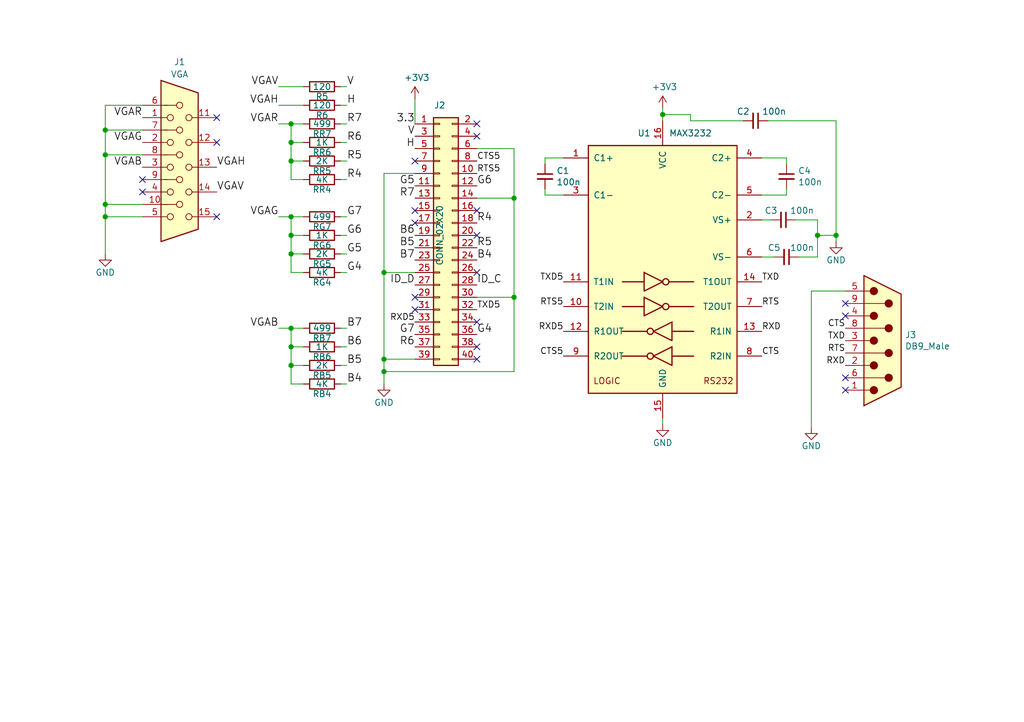
<source format=kicad_sch>
(kicad_sch (version 20211123) (generator eeschema)

  (uuid 4a4ec8d9-3d72-4952-83d4-808f65849a2b)

  (paper "User" 210.007 148.006)

  (title_block
    (title "VGA for Raspberry Pi Zero")
    (date "18/08/2017")
    (rev "v1")
    (company "Laurent Le Goff")
  )

  (lib_symbols
    (symbol "Connector:DB15_Female_HighDensity" (pin_names (offset 1.016) hide) (in_bom yes) (on_board yes)
      (property "Reference" "J" (id 0) (at 0 21.59 0)
        (effects (font (size 1.27 1.27)))
      )
      (property "Value" "DB15_Female_HighDensity" (id 1) (at 0 19.05 0)
        (effects (font (size 1.27 1.27)))
      )
      (property "Footprint" "" (id 2) (at -24.13 10.16 0)
        (effects (font (size 1.27 1.27)) hide)
      )
      (property "Datasheet" " ~" (id 3) (at -24.13 10.16 0)
        (effects (font (size 1.27 1.27)) hide)
      )
      (property "ki_keywords" "connector db15 VGA female D-SUB" (id 4) (at 0 0 0)
        (effects (font (size 1.27 1.27)) hide)
      )
      (property "ki_description" "15-pin female D-SUB connector, High density (3 columns), Triple Row, Generic, VGA-connector" (id 5) (at 0 0 0)
        (effects (font (size 1.27 1.27)) hide)
      )
      (property "ki_fp_filters" "DSUB*Female*" (id 6) (at 0 0 0)
        (effects (font (size 1.27 1.27)) hide)
      )
      (symbol "DB15_Female_HighDensity_0_1"
        (circle (center -1.905 -10.16) (radius 0.635)
          (stroke (width 0) (type default) (color 0 0 0 0))
          (fill (type none))
        )
        (circle (center -1.905 -5.08) (radius 0.635)
          (stroke (width 0) (type default) (color 0 0 0 0))
          (fill (type none))
        )
        (circle (center -1.905 0) (radius 0.635)
          (stroke (width 0) (type default) (color 0 0 0 0))
          (fill (type none))
        )
        (circle (center -1.905 5.08) (radius 0.635)
          (stroke (width 0) (type default) (color 0 0 0 0))
          (fill (type none))
        )
        (circle (center -1.905 10.16) (radius 0.635)
          (stroke (width 0) (type default) (color 0 0 0 0))
          (fill (type none))
        )
        (circle (center 0 -7.62) (radius 0.635)
          (stroke (width 0) (type default) (color 0 0 0 0))
          (fill (type none))
        )
        (circle (center 0 -2.54) (radius 0.635)
          (stroke (width 0) (type default) (color 0 0 0 0))
          (fill (type none))
        )
        (polyline
          (pts
            (xy -3.175 7.62)
            (xy -0.635 7.62)
          )
          (stroke (width 0) (type default) (color 0 0 0 0))
          (fill (type none))
        )
        (polyline
          (pts
            (xy -0.635 -7.62)
            (xy -3.175 -7.62)
          )
          (stroke (width 0) (type default) (color 0 0 0 0))
          (fill (type none))
        )
        (polyline
          (pts
            (xy -0.635 -2.54)
            (xy -3.175 -2.54)
          )
          (stroke (width 0) (type default) (color 0 0 0 0))
          (fill (type none))
        )
        (polyline
          (pts
            (xy -0.635 2.54)
            (xy -3.175 2.54)
          )
          (stroke (width 0) (type default) (color 0 0 0 0))
          (fill (type none))
        )
        (polyline
          (pts
            (xy -0.635 12.7)
            (xy -3.175 12.7)
          )
          (stroke (width 0) (type default) (color 0 0 0 0))
          (fill (type none))
        )
        (polyline
          (pts
            (xy -3.81 17.78)
            (xy -3.81 -15.24)
            (xy 3.81 -12.7)
            (xy 3.81 15.24)
            (xy -3.81 17.78)
          )
          (stroke (width 0.254) (type default) (color 0 0 0 0))
          (fill (type background))
        )
        (circle (center 0 2.54) (radius 0.635)
          (stroke (width 0) (type default) (color 0 0 0 0))
          (fill (type none))
        )
        (circle (center 0 7.62) (radius 0.635)
          (stroke (width 0) (type default) (color 0 0 0 0))
          (fill (type none))
        )
        (circle (center 0 12.7) (radius 0.635)
          (stroke (width 0) (type default) (color 0 0 0 0))
          (fill (type none))
        )
        (circle (center 1.905 -10.16) (radius 0.635)
          (stroke (width 0) (type default) (color 0 0 0 0))
          (fill (type none))
        )
        (circle (center 1.905 -5.08) (radius 0.635)
          (stroke (width 0) (type default) (color 0 0 0 0))
          (fill (type none))
        )
        (circle (center 1.905 0) (radius 0.635)
          (stroke (width 0) (type default) (color 0 0 0 0))
          (fill (type none))
        )
        (circle (center 1.905 5.08) (radius 0.635)
          (stroke (width 0) (type default) (color 0 0 0 0))
          (fill (type none))
        )
        (circle (center 1.905 10.16) (radius 0.635)
          (stroke (width 0) (type default) (color 0 0 0 0))
          (fill (type none))
        )
      )
      (symbol "DB15_Female_HighDensity_1_1"
        (pin passive line (at -7.62 10.16 0) (length 5.08)
          (name "~" (effects (font (size 1.27 1.27))))
          (number "1" (effects (font (size 1.27 1.27))))
        )
        (pin passive line (at -7.62 -7.62 0) (length 5.08)
          (name "~" (effects (font (size 1.27 1.27))))
          (number "10" (effects (font (size 1.27 1.27))))
        )
        (pin passive line (at 7.62 10.16 180) (length 5.08)
          (name "~" (effects (font (size 1.27 1.27))))
          (number "11" (effects (font (size 1.27 1.27))))
        )
        (pin passive line (at 7.62 5.08 180) (length 5.08)
          (name "~" (effects (font (size 1.27 1.27))))
          (number "12" (effects (font (size 1.27 1.27))))
        )
        (pin passive line (at 7.62 0 180) (length 5.08)
          (name "~" (effects (font (size 1.27 1.27))))
          (number "13" (effects (font (size 1.27 1.27))))
        )
        (pin passive line (at 7.62 -5.08 180) (length 5.08)
          (name "~" (effects (font (size 1.27 1.27))))
          (number "14" (effects (font (size 1.27 1.27))))
        )
        (pin passive line (at 7.62 -10.16 180) (length 5.08)
          (name "~" (effects (font (size 1.27 1.27))))
          (number "15" (effects (font (size 1.27 1.27))))
        )
        (pin passive line (at -7.62 5.08 0) (length 5.08)
          (name "~" (effects (font (size 1.27 1.27))))
          (number "2" (effects (font (size 1.27 1.27))))
        )
        (pin passive line (at -7.62 0 0) (length 5.08)
          (name "~" (effects (font (size 1.27 1.27))))
          (number "3" (effects (font (size 1.27 1.27))))
        )
        (pin passive line (at -7.62 -5.08 0) (length 5.08)
          (name "~" (effects (font (size 1.27 1.27))))
          (number "4" (effects (font (size 1.27 1.27))))
        )
        (pin passive line (at -7.62 -10.16 0) (length 5.08)
          (name "~" (effects (font (size 1.27 1.27))))
          (number "5" (effects (font (size 1.27 1.27))))
        )
        (pin passive line (at -7.62 12.7 0) (length 5.08)
          (name "~" (effects (font (size 1.27 1.27))))
          (number "6" (effects (font (size 1.27 1.27))))
        )
        (pin passive line (at -7.62 7.62 0) (length 5.08)
          (name "~" (effects (font (size 1.27 1.27))))
          (number "7" (effects (font (size 1.27 1.27))))
        )
        (pin passive line (at -7.62 2.54 0) (length 5.08)
          (name "~" (effects (font (size 1.27 1.27))))
          (number "8" (effects (font (size 1.27 1.27))))
        )
        (pin passive line (at -7.62 -2.54 0) (length 5.08)
          (name "~" (effects (font (size 1.27 1.27))))
          (number "9" (effects (font (size 1.27 1.27))))
        )
      )
    )
    (symbol "Connector:DB9_Male" (pin_names (offset 1.016) hide) (in_bom yes) (on_board yes)
      (property "Reference" "J" (id 0) (at 0 13.97 0)
        (effects (font (size 1.27 1.27)))
      )
      (property "Value" "DB9_Male" (id 1) (at 0 -14.605 0)
        (effects (font (size 1.27 1.27)))
      )
      (property "Footprint" "" (id 2) (at 0 0 0)
        (effects (font (size 1.27 1.27)) hide)
      )
      (property "Datasheet" " ~" (id 3) (at 0 0 0)
        (effects (font (size 1.27 1.27)) hide)
      )
      (property "ki_keywords" "connector male D-SUB" (id 4) (at 0 0 0)
        (effects (font (size 1.27 1.27)) hide)
      )
      (property "ki_description" "9-pin male D-SUB connector" (id 5) (at 0 0 0)
        (effects (font (size 1.27 1.27)) hide)
      )
      (property "ki_fp_filters" "DSUB*Male*" (id 6) (at 0 0 0)
        (effects (font (size 1.27 1.27)) hide)
      )
      (symbol "DB9_Male_0_1"
        (circle (center -1.778 -10.16) (radius 0.762)
          (stroke (width 0) (type default) (color 0 0 0 0))
          (fill (type outline))
        )
        (circle (center -1.778 -5.08) (radius 0.762)
          (stroke (width 0) (type default) (color 0 0 0 0))
          (fill (type outline))
        )
        (circle (center -1.778 0) (radius 0.762)
          (stroke (width 0) (type default) (color 0 0 0 0))
          (fill (type outline))
        )
        (circle (center -1.778 5.08) (radius 0.762)
          (stroke (width 0) (type default) (color 0 0 0 0))
          (fill (type outline))
        )
        (circle (center -1.778 10.16) (radius 0.762)
          (stroke (width 0) (type default) (color 0 0 0 0))
          (fill (type outline))
        )
        (polyline
          (pts
            (xy -3.81 -10.16)
            (xy -2.54 -10.16)
          )
          (stroke (width 0) (type default) (color 0 0 0 0))
          (fill (type none))
        )
        (polyline
          (pts
            (xy -3.81 -7.62)
            (xy 0.508 -7.62)
          )
          (stroke (width 0) (type default) (color 0 0 0 0))
          (fill (type none))
        )
        (polyline
          (pts
            (xy -3.81 -5.08)
            (xy -2.54 -5.08)
          )
          (stroke (width 0) (type default) (color 0 0 0 0))
          (fill (type none))
        )
        (polyline
          (pts
            (xy -3.81 -2.54)
            (xy 0.508 -2.54)
          )
          (stroke (width 0) (type default) (color 0 0 0 0))
          (fill (type none))
        )
        (polyline
          (pts
            (xy -3.81 0)
            (xy -2.54 0)
          )
          (stroke (width 0) (type default) (color 0 0 0 0))
          (fill (type none))
        )
        (polyline
          (pts
            (xy -3.81 2.54)
            (xy 0.508 2.54)
          )
          (stroke (width 0) (type default) (color 0 0 0 0))
          (fill (type none))
        )
        (polyline
          (pts
            (xy -3.81 5.08)
            (xy -2.54 5.08)
          )
          (stroke (width 0) (type default) (color 0 0 0 0))
          (fill (type none))
        )
        (polyline
          (pts
            (xy -3.81 7.62)
            (xy 0.508 7.62)
          )
          (stroke (width 0) (type default) (color 0 0 0 0))
          (fill (type none))
        )
        (polyline
          (pts
            (xy -3.81 10.16)
            (xy -2.54 10.16)
          )
          (stroke (width 0) (type default) (color 0 0 0 0))
          (fill (type none))
        )
        (polyline
          (pts
            (xy -3.81 -13.335)
            (xy -3.81 13.335)
            (xy 3.81 9.525)
            (xy 3.81 -9.525)
            (xy -3.81 -13.335)
          )
          (stroke (width 0.254) (type default) (color 0 0 0 0))
          (fill (type background))
        )
        (circle (center 1.27 -7.62) (radius 0.762)
          (stroke (width 0) (type default) (color 0 0 0 0))
          (fill (type outline))
        )
        (circle (center 1.27 -2.54) (radius 0.762)
          (stroke (width 0) (type default) (color 0 0 0 0))
          (fill (type outline))
        )
        (circle (center 1.27 2.54) (radius 0.762)
          (stroke (width 0) (type default) (color 0 0 0 0))
          (fill (type outline))
        )
        (circle (center 1.27 7.62) (radius 0.762)
          (stroke (width 0) (type default) (color 0 0 0 0))
          (fill (type outline))
        )
      )
      (symbol "DB9_Male_1_1"
        (pin passive line (at -7.62 -10.16 0) (length 3.81)
          (name "1" (effects (font (size 1.27 1.27))))
          (number "1" (effects (font (size 1.27 1.27))))
        )
        (pin passive line (at -7.62 -5.08 0) (length 3.81)
          (name "2" (effects (font (size 1.27 1.27))))
          (number "2" (effects (font (size 1.27 1.27))))
        )
        (pin passive line (at -7.62 0 0) (length 3.81)
          (name "3" (effects (font (size 1.27 1.27))))
          (number "3" (effects (font (size 1.27 1.27))))
        )
        (pin passive line (at -7.62 5.08 0) (length 3.81)
          (name "4" (effects (font (size 1.27 1.27))))
          (number "4" (effects (font (size 1.27 1.27))))
        )
        (pin passive line (at -7.62 10.16 0) (length 3.81)
          (name "5" (effects (font (size 1.27 1.27))))
          (number "5" (effects (font (size 1.27 1.27))))
        )
        (pin passive line (at -7.62 -7.62 0) (length 3.81)
          (name "6" (effects (font (size 1.27 1.27))))
          (number "6" (effects (font (size 1.27 1.27))))
        )
        (pin passive line (at -7.62 -2.54 0) (length 3.81)
          (name "7" (effects (font (size 1.27 1.27))))
          (number "7" (effects (font (size 1.27 1.27))))
        )
        (pin passive line (at -7.62 2.54 0) (length 3.81)
          (name "8" (effects (font (size 1.27 1.27))))
          (number "8" (effects (font (size 1.27 1.27))))
        )
        (pin passive line (at -7.62 7.62 0) (length 3.81)
          (name "9" (effects (font (size 1.27 1.27))))
          (number "9" (effects (font (size 1.27 1.27))))
        )
      )
    )
    (symbol "Connector_Generic:Conn_02x20_Odd_Even" (pin_names (offset 1.016) hide) (in_bom yes) (on_board yes)
      (property "Reference" "J" (id 0) (at 1.27 25.4 0)
        (effects (font (size 1.27 1.27)))
      )
      (property "Value" "Conn_02x20_Odd_Even" (id 1) (at 1.27 -27.94 0)
        (effects (font (size 1.27 1.27)))
      )
      (property "Footprint" "" (id 2) (at 0 0 0)
        (effects (font (size 1.27 1.27)) hide)
      )
      (property "Datasheet" "~" (id 3) (at 0 0 0)
        (effects (font (size 1.27 1.27)) hide)
      )
      (property "ki_keywords" "connector" (id 4) (at 0 0 0)
        (effects (font (size 1.27 1.27)) hide)
      )
      (property "ki_description" "Generic connector, double row, 02x20, odd/even pin numbering scheme (row 1 odd numbers, row 2 even numbers), script generated (kicad-library-utils/schlib/autogen/connector/)" (id 5) (at 0 0 0)
        (effects (font (size 1.27 1.27)) hide)
      )
      (property "ki_fp_filters" "Connector*:*_2x??_*" (id 6) (at 0 0 0)
        (effects (font (size 1.27 1.27)) hide)
      )
      (symbol "Conn_02x20_Odd_Even_1_1"
        (rectangle (start -1.27 -25.273) (end 0 -25.527)
          (stroke (width 0.1524) (type default) (color 0 0 0 0))
          (fill (type none))
        )
        (rectangle (start -1.27 -22.733) (end 0 -22.987)
          (stroke (width 0.1524) (type default) (color 0 0 0 0))
          (fill (type none))
        )
        (rectangle (start -1.27 -20.193) (end 0 -20.447)
          (stroke (width 0.1524) (type default) (color 0 0 0 0))
          (fill (type none))
        )
        (rectangle (start -1.27 -17.653) (end 0 -17.907)
          (stroke (width 0.1524) (type default) (color 0 0 0 0))
          (fill (type none))
        )
        (rectangle (start -1.27 -15.113) (end 0 -15.367)
          (stroke (width 0.1524) (type default) (color 0 0 0 0))
          (fill (type none))
        )
        (rectangle (start -1.27 -12.573) (end 0 -12.827)
          (stroke (width 0.1524) (type default) (color 0 0 0 0))
          (fill (type none))
        )
        (rectangle (start -1.27 -10.033) (end 0 -10.287)
          (stroke (width 0.1524) (type default) (color 0 0 0 0))
          (fill (type none))
        )
        (rectangle (start -1.27 -7.493) (end 0 -7.747)
          (stroke (width 0.1524) (type default) (color 0 0 0 0))
          (fill (type none))
        )
        (rectangle (start -1.27 -4.953) (end 0 -5.207)
          (stroke (width 0.1524) (type default) (color 0 0 0 0))
          (fill (type none))
        )
        (rectangle (start -1.27 -2.413) (end 0 -2.667)
          (stroke (width 0.1524) (type default) (color 0 0 0 0))
          (fill (type none))
        )
        (rectangle (start -1.27 0.127) (end 0 -0.127)
          (stroke (width 0.1524) (type default) (color 0 0 0 0))
          (fill (type none))
        )
        (rectangle (start -1.27 2.667) (end 0 2.413)
          (stroke (width 0.1524) (type default) (color 0 0 0 0))
          (fill (type none))
        )
        (rectangle (start -1.27 5.207) (end 0 4.953)
          (stroke (width 0.1524) (type default) (color 0 0 0 0))
          (fill (type none))
        )
        (rectangle (start -1.27 7.747) (end 0 7.493)
          (stroke (width 0.1524) (type default) (color 0 0 0 0))
          (fill (type none))
        )
        (rectangle (start -1.27 10.287) (end 0 10.033)
          (stroke (width 0.1524) (type default) (color 0 0 0 0))
          (fill (type none))
        )
        (rectangle (start -1.27 12.827) (end 0 12.573)
          (stroke (width 0.1524) (type default) (color 0 0 0 0))
          (fill (type none))
        )
        (rectangle (start -1.27 15.367) (end 0 15.113)
          (stroke (width 0.1524) (type default) (color 0 0 0 0))
          (fill (type none))
        )
        (rectangle (start -1.27 17.907) (end 0 17.653)
          (stroke (width 0.1524) (type default) (color 0 0 0 0))
          (fill (type none))
        )
        (rectangle (start -1.27 20.447) (end 0 20.193)
          (stroke (width 0.1524) (type default) (color 0 0 0 0))
          (fill (type none))
        )
        (rectangle (start -1.27 22.987) (end 0 22.733)
          (stroke (width 0.1524) (type default) (color 0 0 0 0))
          (fill (type none))
        )
        (rectangle (start -1.27 24.13) (end 3.81 -26.67)
          (stroke (width 0.254) (type default) (color 0 0 0 0))
          (fill (type background))
        )
        (rectangle (start 3.81 -25.273) (end 2.54 -25.527)
          (stroke (width 0.1524) (type default) (color 0 0 0 0))
          (fill (type none))
        )
        (rectangle (start 3.81 -22.733) (end 2.54 -22.987)
          (stroke (width 0.1524) (type default) (color 0 0 0 0))
          (fill (type none))
        )
        (rectangle (start 3.81 -20.193) (end 2.54 -20.447)
          (stroke (width 0.1524) (type default) (color 0 0 0 0))
          (fill (type none))
        )
        (rectangle (start 3.81 -17.653) (end 2.54 -17.907)
          (stroke (width 0.1524) (type default) (color 0 0 0 0))
          (fill (type none))
        )
        (rectangle (start 3.81 -15.113) (end 2.54 -15.367)
          (stroke (width 0.1524) (type default) (color 0 0 0 0))
          (fill (type none))
        )
        (rectangle (start 3.81 -12.573) (end 2.54 -12.827)
          (stroke (width 0.1524) (type default) (color 0 0 0 0))
          (fill (type none))
        )
        (rectangle (start 3.81 -10.033) (end 2.54 -10.287)
          (stroke (width 0.1524) (type default) (color 0 0 0 0))
          (fill (type none))
        )
        (rectangle (start 3.81 -7.493) (end 2.54 -7.747)
          (stroke (width 0.1524) (type default) (color 0 0 0 0))
          (fill (type none))
        )
        (rectangle (start 3.81 -4.953) (end 2.54 -5.207)
          (stroke (width 0.1524) (type default) (color 0 0 0 0))
          (fill (type none))
        )
        (rectangle (start 3.81 -2.413) (end 2.54 -2.667)
          (stroke (width 0.1524) (type default) (color 0 0 0 0))
          (fill (type none))
        )
        (rectangle (start 3.81 0.127) (end 2.54 -0.127)
          (stroke (width 0.1524) (type default) (color 0 0 0 0))
          (fill (type none))
        )
        (rectangle (start 3.81 2.667) (end 2.54 2.413)
          (stroke (width 0.1524) (type default) (color 0 0 0 0))
          (fill (type none))
        )
        (rectangle (start 3.81 5.207) (end 2.54 4.953)
          (stroke (width 0.1524) (type default) (color 0 0 0 0))
          (fill (type none))
        )
        (rectangle (start 3.81 7.747) (end 2.54 7.493)
          (stroke (width 0.1524) (type default) (color 0 0 0 0))
          (fill (type none))
        )
        (rectangle (start 3.81 10.287) (end 2.54 10.033)
          (stroke (width 0.1524) (type default) (color 0 0 0 0))
          (fill (type none))
        )
        (rectangle (start 3.81 12.827) (end 2.54 12.573)
          (stroke (width 0.1524) (type default) (color 0 0 0 0))
          (fill (type none))
        )
        (rectangle (start 3.81 15.367) (end 2.54 15.113)
          (stroke (width 0.1524) (type default) (color 0 0 0 0))
          (fill (type none))
        )
        (rectangle (start 3.81 17.907) (end 2.54 17.653)
          (stroke (width 0.1524) (type default) (color 0 0 0 0))
          (fill (type none))
        )
        (rectangle (start 3.81 20.447) (end 2.54 20.193)
          (stroke (width 0.1524) (type default) (color 0 0 0 0))
          (fill (type none))
        )
        (rectangle (start 3.81 22.987) (end 2.54 22.733)
          (stroke (width 0.1524) (type default) (color 0 0 0 0))
          (fill (type none))
        )
        (pin passive line (at -5.08 22.86 0) (length 3.81)
          (name "Pin_1" (effects (font (size 1.27 1.27))))
          (number "1" (effects (font (size 1.27 1.27))))
        )
        (pin passive line (at 7.62 12.7 180) (length 3.81)
          (name "Pin_10" (effects (font (size 1.27 1.27))))
          (number "10" (effects (font (size 1.27 1.27))))
        )
        (pin passive line (at -5.08 10.16 0) (length 3.81)
          (name "Pin_11" (effects (font (size 1.27 1.27))))
          (number "11" (effects (font (size 1.27 1.27))))
        )
        (pin passive line (at 7.62 10.16 180) (length 3.81)
          (name "Pin_12" (effects (font (size 1.27 1.27))))
          (number "12" (effects (font (size 1.27 1.27))))
        )
        (pin passive line (at -5.08 7.62 0) (length 3.81)
          (name "Pin_13" (effects (font (size 1.27 1.27))))
          (number "13" (effects (font (size 1.27 1.27))))
        )
        (pin passive line (at 7.62 7.62 180) (length 3.81)
          (name "Pin_14" (effects (font (size 1.27 1.27))))
          (number "14" (effects (font (size 1.27 1.27))))
        )
        (pin passive line (at -5.08 5.08 0) (length 3.81)
          (name "Pin_15" (effects (font (size 1.27 1.27))))
          (number "15" (effects (font (size 1.27 1.27))))
        )
        (pin passive line (at 7.62 5.08 180) (length 3.81)
          (name "Pin_16" (effects (font (size 1.27 1.27))))
          (number "16" (effects (font (size 1.27 1.27))))
        )
        (pin passive line (at -5.08 2.54 0) (length 3.81)
          (name "Pin_17" (effects (font (size 1.27 1.27))))
          (number "17" (effects (font (size 1.27 1.27))))
        )
        (pin passive line (at 7.62 2.54 180) (length 3.81)
          (name "Pin_18" (effects (font (size 1.27 1.27))))
          (number "18" (effects (font (size 1.27 1.27))))
        )
        (pin passive line (at -5.08 0 0) (length 3.81)
          (name "Pin_19" (effects (font (size 1.27 1.27))))
          (number "19" (effects (font (size 1.27 1.27))))
        )
        (pin passive line (at 7.62 22.86 180) (length 3.81)
          (name "Pin_2" (effects (font (size 1.27 1.27))))
          (number "2" (effects (font (size 1.27 1.27))))
        )
        (pin passive line (at 7.62 0 180) (length 3.81)
          (name "Pin_20" (effects (font (size 1.27 1.27))))
          (number "20" (effects (font (size 1.27 1.27))))
        )
        (pin passive line (at -5.08 -2.54 0) (length 3.81)
          (name "Pin_21" (effects (font (size 1.27 1.27))))
          (number "21" (effects (font (size 1.27 1.27))))
        )
        (pin passive line (at 7.62 -2.54 180) (length 3.81)
          (name "Pin_22" (effects (font (size 1.27 1.27))))
          (number "22" (effects (font (size 1.27 1.27))))
        )
        (pin passive line (at -5.08 -5.08 0) (length 3.81)
          (name "Pin_23" (effects (font (size 1.27 1.27))))
          (number "23" (effects (font (size 1.27 1.27))))
        )
        (pin passive line (at 7.62 -5.08 180) (length 3.81)
          (name "Pin_24" (effects (font (size 1.27 1.27))))
          (number "24" (effects (font (size 1.27 1.27))))
        )
        (pin passive line (at -5.08 -7.62 0) (length 3.81)
          (name "Pin_25" (effects (font (size 1.27 1.27))))
          (number "25" (effects (font (size 1.27 1.27))))
        )
        (pin passive line (at 7.62 -7.62 180) (length 3.81)
          (name "Pin_26" (effects (font (size 1.27 1.27))))
          (number "26" (effects (font (size 1.27 1.27))))
        )
        (pin passive line (at -5.08 -10.16 0) (length 3.81)
          (name "Pin_27" (effects (font (size 1.27 1.27))))
          (number "27" (effects (font (size 1.27 1.27))))
        )
        (pin passive line (at 7.62 -10.16 180) (length 3.81)
          (name "Pin_28" (effects (font (size 1.27 1.27))))
          (number "28" (effects (font (size 1.27 1.27))))
        )
        (pin passive line (at -5.08 -12.7 0) (length 3.81)
          (name "Pin_29" (effects (font (size 1.27 1.27))))
          (number "29" (effects (font (size 1.27 1.27))))
        )
        (pin passive line (at -5.08 20.32 0) (length 3.81)
          (name "Pin_3" (effects (font (size 1.27 1.27))))
          (number "3" (effects (font (size 1.27 1.27))))
        )
        (pin passive line (at 7.62 -12.7 180) (length 3.81)
          (name "Pin_30" (effects (font (size 1.27 1.27))))
          (number "30" (effects (font (size 1.27 1.27))))
        )
        (pin passive line (at -5.08 -15.24 0) (length 3.81)
          (name "Pin_31" (effects (font (size 1.27 1.27))))
          (number "31" (effects (font (size 1.27 1.27))))
        )
        (pin passive line (at 7.62 -15.24 180) (length 3.81)
          (name "Pin_32" (effects (font (size 1.27 1.27))))
          (number "32" (effects (font (size 1.27 1.27))))
        )
        (pin passive line (at -5.08 -17.78 0) (length 3.81)
          (name "Pin_33" (effects (font (size 1.27 1.27))))
          (number "33" (effects (font (size 1.27 1.27))))
        )
        (pin passive line (at 7.62 -17.78 180) (length 3.81)
          (name "Pin_34" (effects (font (size 1.27 1.27))))
          (number "34" (effects (font (size 1.27 1.27))))
        )
        (pin passive line (at -5.08 -20.32 0) (length 3.81)
          (name "Pin_35" (effects (font (size 1.27 1.27))))
          (number "35" (effects (font (size 1.27 1.27))))
        )
        (pin passive line (at 7.62 -20.32 180) (length 3.81)
          (name "Pin_36" (effects (font (size 1.27 1.27))))
          (number "36" (effects (font (size 1.27 1.27))))
        )
        (pin passive line (at -5.08 -22.86 0) (length 3.81)
          (name "Pin_37" (effects (font (size 1.27 1.27))))
          (number "37" (effects (font (size 1.27 1.27))))
        )
        (pin passive line (at 7.62 -22.86 180) (length 3.81)
          (name "Pin_38" (effects (font (size 1.27 1.27))))
          (number "38" (effects (font (size 1.27 1.27))))
        )
        (pin passive line (at -5.08 -25.4 0) (length 3.81)
          (name "Pin_39" (effects (font (size 1.27 1.27))))
          (number "39" (effects (font (size 1.27 1.27))))
        )
        (pin passive line (at 7.62 20.32 180) (length 3.81)
          (name "Pin_4" (effects (font (size 1.27 1.27))))
          (number "4" (effects (font (size 1.27 1.27))))
        )
        (pin passive line (at 7.62 -25.4 180) (length 3.81)
          (name "Pin_40" (effects (font (size 1.27 1.27))))
          (number "40" (effects (font (size 1.27 1.27))))
        )
        (pin passive line (at -5.08 17.78 0) (length 3.81)
          (name "Pin_5" (effects (font (size 1.27 1.27))))
          (number "5" (effects (font (size 1.27 1.27))))
        )
        (pin passive line (at 7.62 17.78 180) (length 3.81)
          (name "Pin_6" (effects (font (size 1.27 1.27))))
          (number "6" (effects (font (size 1.27 1.27))))
        )
        (pin passive line (at -5.08 15.24 0) (length 3.81)
          (name "Pin_7" (effects (font (size 1.27 1.27))))
          (number "7" (effects (font (size 1.27 1.27))))
        )
        (pin passive line (at 7.62 15.24 180) (length 3.81)
          (name "Pin_8" (effects (font (size 1.27 1.27))))
          (number "8" (effects (font (size 1.27 1.27))))
        )
        (pin passive line (at -5.08 12.7 0) (length 3.81)
          (name "Pin_9" (effects (font (size 1.27 1.27))))
          (number "9" (effects (font (size 1.27 1.27))))
        )
      )
    )
    (symbol "Device:C_Small" (pin_numbers hide) (pin_names (offset 0.254) hide) (in_bom yes) (on_board yes)
      (property "Reference" "C" (id 0) (at 0.254 1.778 0)
        (effects (font (size 1.27 1.27)) (justify left))
      )
      (property "Value" "C_Small" (id 1) (at 0.254 -2.032 0)
        (effects (font (size 1.27 1.27)) (justify left))
      )
      (property "Footprint" "" (id 2) (at 0 0 0)
        (effects (font (size 1.27 1.27)) hide)
      )
      (property "Datasheet" "~" (id 3) (at 0 0 0)
        (effects (font (size 1.27 1.27)) hide)
      )
      (property "ki_keywords" "capacitor cap" (id 4) (at 0 0 0)
        (effects (font (size 1.27 1.27)) hide)
      )
      (property "ki_description" "Unpolarized capacitor, small symbol" (id 5) (at 0 0 0)
        (effects (font (size 1.27 1.27)) hide)
      )
      (property "ki_fp_filters" "C_*" (id 6) (at 0 0 0)
        (effects (font (size 1.27 1.27)) hide)
      )
      (symbol "C_Small_0_1"
        (polyline
          (pts
            (xy -1.524 -0.508)
            (xy 1.524 -0.508)
          )
          (stroke (width 0.3302) (type default) (color 0 0 0 0))
          (fill (type none))
        )
        (polyline
          (pts
            (xy -1.524 0.508)
            (xy 1.524 0.508)
          )
          (stroke (width 0.3048) (type default) (color 0 0 0 0))
          (fill (type none))
        )
      )
      (symbol "C_Small_1_1"
        (pin passive line (at 0 2.54 270) (length 2.032)
          (name "~" (effects (font (size 1.27 1.27))))
          (number "1" (effects (font (size 1.27 1.27))))
        )
        (pin passive line (at 0 -2.54 90) (length 2.032)
          (name "~" (effects (font (size 1.27 1.27))))
          (number "2" (effects (font (size 1.27 1.27))))
        )
      )
    )
    (symbol "Device:R" (pin_numbers hide) (pin_names (offset 0)) (in_bom yes) (on_board yes)
      (property "Reference" "R" (id 0) (at 2.032 0 90)
        (effects (font (size 1.27 1.27)))
      )
      (property "Value" "R" (id 1) (at 0 0 90)
        (effects (font (size 1.27 1.27)))
      )
      (property "Footprint" "" (id 2) (at -1.778 0 90)
        (effects (font (size 1.27 1.27)) hide)
      )
      (property "Datasheet" "~" (id 3) (at 0 0 0)
        (effects (font (size 1.27 1.27)) hide)
      )
      (property "ki_keywords" "R res resistor" (id 4) (at 0 0 0)
        (effects (font (size 1.27 1.27)) hide)
      )
      (property "ki_description" "Resistor" (id 5) (at 0 0 0)
        (effects (font (size 1.27 1.27)) hide)
      )
      (property "ki_fp_filters" "R_*" (id 6) (at 0 0 0)
        (effects (font (size 1.27 1.27)) hide)
      )
      (symbol "R_0_1"
        (rectangle (start -1.016 -2.54) (end 1.016 2.54)
          (stroke (width 0.254) (type default) (color 0 0 0 0))
          (fill (type none))
        )
      )
      (symbol "R_1_1"
        (pin passive line (at 0 3.81 270) (length 1.27)
          (name "~" (effects (font (size 1.27 1.27))))
          (number "1" (effects (font (size 1.27 1.27))))
        )
        (pin passive line (at 0 -3.81 90) (length 1.27)
          (name "~" (effects (font (size 1.27 1.27))))
          (number "2" (effects (font (size 1.27 1.27))))
        )
      )
    )
    (symbol "Interface_UART:MAX3232" (pin_names (offset 1.016)) (in_bom yes) (on_board yes)
      (property "Reference" "U" (id 0) (at -2.54 28.575 0)
        (effects (font (size 1.27 1.27)) (justify right))
      )
      (property "Value" "MAX3232" (id 1) (at -2.54 26.67 0)
        (effects (font (size 1.27 1.27)) (justify right))
      )
      (property "Footprint" "" (id 2) (at 1.27 -26.67 0)
        (effects (font (size 1.27 1.27)) (justify left) hide)
      )
      (property "Datasheet" "https://datasheets.maximintegrated.com/en/ds/MAX3222-MAX3241.pdf" (id 3) (at 0 2.54 0)
        (effects (font (size 1.27 1.27)) hide)
      )
      (property "ki_keywords" "rs232 uart transceiver line-driver" (id 4) (at 0 0 0)
        (effects (font (size 1.27 1.27)) hide)
      )
      (property "ki_description" "3.0V to 5.5V, Low-Power, up to 1Mbps, True RS-232 Transceivers Using Four 0.1μF External Capacitors" (id 5) (at 0 0 0)
        (effects (font (size 1.27 1.27)) hide)
      )
      (property "ki_fp_filters" "SOIC*P1.27mm* DIP*W7.62mm* TSSOP*4.4x5mm*P0.65mm*" (id 6) (at 0 0 0)
        (effects (font (size 1.27 1.27)) hide)
      )
      (symbol "MAX3232_0_0"
        (text "LOGIC" (at -11.43 -22.86 0)
          (effects (font (size 1.27 1.27)))
        )
        (text "RS232" (at 11.43 -22.86 0)
          (effects (font (size 1.27 1.27)))
        )
      )
      (symbol "MAX3232_0_1"
        (rectangle (start -15.24 -25.4) (end 15.24 25.4)
          (stroke (width 0.254) (type default) (color 0 0 0 0))
          (fill (type background))
        )
        (circle (center -2.54 -17.78) (radius 0.635)
          (stroke (width 0.254) (type default) (color 0 0 0 0))
          (fill (type none))
        )
        (circle (center -2.54 -12.7) (radius 0.635)
          (stroke (width 0.254) (type default) (color 0 0 0 0))
          (fill (type none))
        )
        (polyline
          (pts
            (xy -3.81 -7.62)
            (xy -8.255 -7.62)
          )
          (stroke (width 0.254) (type default) (color 0 0 0 0))
          (fill (type none))
        )
        (polyline
          (pts
            (xy -3.81 -2.54)
            (xy -8.255 -2.54)
          )
          (stroke (width 0.254) (type default) (color 0 0 0 0))
          (fill (type none))
        )
        (polyline
          (pts
            (xy -3.175 -17.78)
            (xy -8.255 -17.78)
          )
          (stroke (width 0.254) (type default) (color 0 0 0 0))
          (fill (type none))
        )
        (polyline
          (pts
            (xy -3.175 -12.7)
            (xy -8.255 -12.7)
          )
          (stroke (width 0.254) (type default) (color 0 0 0 0))
          (fill (type none))
        )
        (polyline
          (pts
            (xy 1.27 -7.62)
            (xy 6.35 -7.62)
          )
          (stroke (width 0.254) (type default) (color 0 0 0 0))
          (fill (type none))
        )
        (polyline
          (pts
            (xy 1.27 -2.54)
            (xy 6.35 -2.54)
          )
          (stroke (width 0.254) (type default) (color 0 0 0 0))
          (fill (type none))
        )
        (polyline
          (pts
            (xy 1.905 -17.78)
            (xy 6.35 -17.78)
          )
          (stroke (width 0.254) (type default) (color 0 0 0 0))
          (fill (type none))
        )
        (polyline
          (pts
            (xy 1.905 -12.7)
            (xy 6.35 -12.7)
          )
          (stroke (width 0.254) (type default) (color 0 0 0 0))
          (fill (type none))
        )
        (polyline
          (pts
            (xy -3.81 -5.715)
            (xy -3.81 -9.525)
            (xy 0 -7.62)
            (xy -3.81 -5.715)
          )
          (stroke (width 0.254) (type default) (color 0 0 0 0))
          (fill (type none))
        )
        (polyline
          (pts
            (xy -3.81 -0.635)
            (xy -3.81 -4.445)
            (xy 0 -2.54)
            (xy -3.81 -0.635)
          )
          (stroke (width 0.254) (type default) (color 0 0 0 0))
          (fill (type none))
        )
        (polyline
          (pts
            (xy 1.905 -15.875)
            (xy 1.905 -19.685)
            (xy -1.905 -17.78)
            (xy 1.905 -15.875)
          )
          (stroke (width 0.254) (type default) (color 0 0 0 0))
          (fill (type none))
        )
        (polyline
          (pts
            (xy 1.905 -10.795)
            (xy 1.905 -14.605)
            (xy -1.905 -12.7)
            (xy 1.905 -10.795)
          )
          (stroke (width 0.254) (type default) (color 0 0 0 0))
          (fill (type none))
        )
        (circle (center 0.635 -7.62) (radius 0.635)
          (stroke (width 0.254) (type default) (color 0 0 0 0))
          (fill (type none))
        )
        (circle (center 0.635 -2.54) (radius 0.635)
          (stroke (width 0.254) (type default) (color 0 0 0 0))
          (fill (type none))
        )
      )
      (symbol "MAX3232_1_1"
        (pin passive line (at -20.32 22.86 0) (length 5.08)
          (name "C1+" (effects (font (size 1.27 1.27))))
          (number "1" (effects (font (size 1.27 1.27))))
        )
        (pin input line (at -20.32 -7.62 0) (length 5.08)
          (name "T2IN" (effects (font (size 1.27 1.27))))
          (number "10" (effects (font (size 1.27 1.27))))
        )
        (pin input line (at -20.32 -2.54 0) (length 5.08)
          (name "T1IN" (effects (font (size 1.27 1.27))))
          (number "11" (effects (font (size 1.27 1.27))))
        )
        (pin output line (at -20.32 -12.7 0) (length 5.08)
          (name "R1OUT" (effects (font (size 1.27 1.27))))
          (number "12" (effects (font (size 1.27 1.27))))
        )
        (pin input line (at 20.32 -12.7 180) (length 5.08)
          (name "R1IN" (effects (font (size 1.27 1.27))))
          (number "13" (effects (font (size 1.27 1.27))))
        )
        (pin output line (at 20.32 -2.54 180) (length 5.08)
          (name "T1OUT" (effects (font (size 1.27 1.27))))
          (number "14" (effects (font (size 1.27 1.27))))
        )
        (pin power_in line (at 0 -30.48 90) (length 5.08)
          (name "GND" (effects (font (size 1.27 1.27))))
          (number "15" (effects (font (size 1.27 1.27))))
        )
        (pin power_in line (at 0 30.48 270) (length 5.08)
          (name "VCC" (effects (font (size 1.27 1.27))))
          (number "16" (effects (font (size 1.27 1.27))))
        )
        (pin power_out line (at 20.32 10.16 180) (length 5.08)
          (name "VS+" (effects (font (size 1.27 1.27))))
          (number "2" (effects (font (size 1.27 1.27))))
        )
        (pin passive line (at -20.32 15.24 0) (length 5.08)
          (name "C1-" (effects (font (size 1.27 1.27))))
          (number "3" (effects (font (size 1.27 1.27))))
        )
        (pin passive line (at 20.32 22.86 180) (length 5.08)
          (name "C2+" (effects (font (size 1.27 1.27))))
          (number "4" (effects (font (size 1.27 1.27))))
        )
        (pin passive line (at 20.32 15.24 180) (length 5.08)
          (name "C2-" (effects (font (size 1.27 1.27))))
          (number "5" (effects (font (size 1.27 1.27))))
        )
        (pin power_out line (at 20.32 2.54 180) (length 5.08)
          (name "VS-" (effects (font (size 1.27 1.27))))
          (number "6" (effects (font (size 1.27 1.27))))
        )
        (pin output line (at 20.32 -7.62 180) (length 5.08)
          (name "T2OUT" (effects (font (size 1.27 1.27))))
          (number "7" (effects (font (size 1.27 1.27))))
        )
        (pin input line (at 20.32 -17.78 180) (length 5.08)
          (name "R2IN" (effects (font (size 1.27 1.27))))
          (number "8" (effects (font (size 1.27 1.27))))
        )
        (pin output line (at -20.32 -17.78 0) (length 5.08)
          (name "R2OUT" (effects (font (size 1.27 1.27))))
          (number "9" (effects (font (size 1.27 1.27))))
        )
      )
    )
    (symbol "power:+3.3V" (power) (pin_names (offset 0)) (in_bom yes) (on_board yes)
      (property "Reference" "#PWR" (id 0) (at 0 -3.81 0)
        (effects (font (size 1.27 1.27)) hide)
      )
      (property "Value" "+3.3V" (id 1) (at 0 3.556 0)
        (effects (font (size 1.27 1.27)))
      )
      (property "Footprint" "" (id 2) (at 0 0 0)
        (effects (font (size 1.27 1.27)) hide)
      )
      (property "Datasheet" "" (id 3) (at 0 0 0)
        (effects (font (size 1.27 1.27)) hide)
      )
      (property "ki_keywords" "power-flag" (id 4) (at 0 0 0)
        (effects (font (size 1.27 1.27)) hide)
      )
      (property "ki_description" "Power symbol creates a global label with name \"+3.3V\"" (id 5) (at 0 0 0)
        (effects (font (size 1.27 1.27)) hide)
      )
      (symbol "+3.3V_0_1"
        (polyline
          (pts
            (xy -0.762 1.27)
            (xy 0 2.54)
          )
          (stroke (width 0) (type default) (color 0 0 0 0))
          (fill (type none))
        )
        (polyline
          (pts
            (xy 0 0)
            (xy 0 2.54)
          )
          (stroke (width 0) (type default) (color 0 0 0 0))
          (fill (type none))
        )
        (polyline
          (pts
            (xy 0 2.54)
            (xy 0.762 1.27)
          )
          (stroke (width 0) (type default) (color 0 0 0 0))
          (fill (type none))
        )
      )
      (symbol "+3.3V_1_1"
        (pin power_in line (at 0 0 90) (length 0) hide
          (name "+3V3" (effects (font (size 1.27 1.27))))
          (number "1" (effects (font (size 1.27 1.27))))
        )
      )
    )
    (symbol "power:GND" (power) (pin_names (offset 0)) (in_bom yes) (on_board yes)
      (property "Reference" "#PWR" (id 0) (at 0 -6.35 0)
        (effects (font (size 1.27 1.27)) hide)
      )
      (property "Value" "GND" (id 1) (at 0 -3.81 0)
        (effects (font (size 1.27 1.27)))
      )
      (property "Footprint" "" (id 2) (at 0 0 0)
        (effects (font (size 1.27 1.27)) hide)
      )
      (property "Datasheet" "" (id 3) (at 0 0 0)
        (effects (font (size 1.27 1.27)) hide)
      )
      (property "ki_keywords" "power-flag" (id 4) (at 0 0 0)
        (effects (font (size 1.27 1.27)) hide)
      )
      (property "ki_description" "Power symbol creates a global label with name \"GND\" , ground" (id 5) (at 0 0 0)
        (effects (font (size 1.27 1.27)) hide)
      )
      (symbol "GND_0_1"
        (polyline
          (pts
            (xy 0 0)
            (xy 0 -1.27)
            (xy 1.27 -1.27)
            (xy 0 -2.54)
            (xy -1.27 -1.27)
            (xy 0 -1.27)
          )
          (stroke (width 0) (type default) (color 0 0 0 0))
          (fill (type none))
        )
      )
      (symbol "GND_1_1"
        (pin power_in line (at 0 0 270) (length 0) hide
          (name "GND" (effects (font (size 1.27 1.27))))
          (number "1" (effects (font (size 1.27 1.27))))
        )
      )
    )
  )

  (junction (at 21.59 26.67) (diameter 0) (color 0 0 0 0)
    (uuid 097edb1b-8998-4e70-b670-bba125982348)
  )
  (junction (at 105.41 40.64) (diameter 0) (color 0 0 0 0)
    (uuid 0ce8d3ab-2662-4158-8a2a-18b782908fc5)
  )
  (junction (at 78.74 76.2) (diameter 0) (color 0 0 0 0)
    (uuid 0e8f7fc0-2ef2-4b90-9c15-8a3a601ee459)
  )
  (junction (at 59.69 52.07) (diameter 0) (color 0 0 0 0)
    (uuid 16a9ae8c-3ad2-439b-8efe-377c994670c7)
  )
  (junction (at 59.69 74.93) (diameter 0) (color 0 0 0 0)
    (uuid 182b2d54-931d-49d6-9f39-60a752623e36)
  )
  (junction (at 78.74 73.66) (diameter 0) (color 0 0 0 0)
    (uuid 29e058a7-50a3-43e5-81c3-bfee53da08be)
  )
  (junction (at 59.69 71.12) (diameter 0) (color 0 0 0 0)
    (uuid 2dc272bd-3aa2-45b5-889d-1d3c8aac80f8)
  )
  (junction (at 21.59 31.75) (diameter 0) (color 0 0 0 0)
    (uuid 67763d19-f622-4e1e-81e5-5b24da7c3f99)
  )
  (junction (at 59.69 67.31) (diameter 0) (color 0 0 0 0)
    (uuid 6c2d26bc-6eca-436c-8025-79f817bf57d6)
  )
  (junction (at 78.74 55.88) (diameter 0) (color 0 0 0 0)
    (uuid 6fd4442e-30b3-428b-9306-61418a63d311)
  )
  (junction (at 59.69 44.45) (diameter 0) (color 0 0 0 0)
    (uuid 789ca812-3e0c-4a3f-97bc-a916dd9bce80)
  )
  (junction (at 59.69 29.21) (diameter 0) (color 0 0 0 0)
    (uuid 965308c8-e014-459a-b9db-b8493a601c62)
  )
  (junction (at 21.59 44.45) (diameter 0) (color 0 0 0 0)
    (uuid a13ab237-8f8d-4e16-8c47-4440653b8534)
  )
  (junction (at 59.69 33.02) (diameter 0) (color 0 0 0 0)
    (uuid abe07c9a-17c3-43b5-b7a6-ae867ac27ea7)
  )
  (junction (at 59.69 25.4) (diameter 0) (color 0 0 0 0)
    (uuid b1c649b1-f44d-46c7-9dea-818e75a1b87e)
  )
  (junction (at 171.45 48.26) (diameter 0) (color 0 0 0 0)
    (uuid b9bb0e73-161a-4d06-b6eb-a9f66d8a95f5)
  )
  (junction (at 21.59 41.91) (diameter 0) (color 0 0 0 0)
    (uuid ca5a4651-0d1d-441b-b17d-01518ef3b656)
  )
  (junction (at 105.41 60.96) (diameter 0) (color 0 0 0 0)
    (uuid d0fb0864-e79b-4bdc-8e8e-eed0cabe6d56)
  )
  (junction (at 59.69 48.26) (diameter 0) (color 0 0 0 0)
    (uuid e4c6fdbb-fdc7-4ad4-a516-240d84cdc120)
  )
  (junction (at 135.89 23.495) (diameter 0) (color 0 0 0 0)
    (uuid f7667b23-296e-4362-a7e3-949632c8954b)
  )
  (junction (at 167.64 48.26) (diameter 0) (color 0 0 0 0)
    (uuid f9403623-c00c-4b71-bc5c-d763ff009386)
  )

  (no_connect (at 173.355 80.01) (uuid 026ac84e-b8b2-4dd2-b675-8323c24fd778))
  (no_connect (at 85.09 43.18) (uuid 088f77ba-fca9-42b3-876e-a6937267f957))
  (no_connect (at 173.355 77.47) (uuid 0bcafe80-ffba-4f1e-ae51-95a595b006db))
  (no_connect (at 29.21 39.37) (uuid 34cdc1c9-c9e2-44c4-9677-c1c7d7efd83d))
  (no_connect (at 97.79 71.12) (uuid 34d03349-6d78-4165-a683-2d8b76f2bae8))
  (no_connect (at 97.79 43.18) (uuid 37b6c6d6-3e12-4736-912a-ea6e2bf06721))
  (no_connect (at 97.79 66.04) (uuid 6f80f798-dc24-438f-a1eb-4ee2936267c8))
  (no_connect (at 85.09 45.72) (uuid 71989e06-8659-4605-b2da-4f729cc41263))
  (no_connect (at 173.355 62.23) (uuid 86dc7a78-7d51-4111-9eea-8a8f7977eb16))
  (no_connect (at 85.09 60.96) (uuid 88d2c4b8-79f2-4e8b-9f70-b7e0ed9c70f8))
  (no_connect (at 97.79 27.94) (uuid 89c0bc4d-eee5-4a77-ac35-d30b35db5cbe))
  (no_connect (at 85.09 63.5) (uuid a7531a95-7ca1-4f34-955e-18120cec99e6))
  (no_connect (at 44.45 44.45) (uuid aa79024d-ca7e-4c24-b127-7df08bbd0c75))
  (no_connect (at 97.79 55.88) (uuid bb4b1afc-c46e-451d-8dad-36b7dec82f26))
  (no_connect (at 44.45 24.13) (uuid c49d23ab-146d-4089-864f-2d22b5b414b9))
  (no_connect (at 44.45 29.21) (uuid c7af8405-da2e-4a34-b9b8-518f342f8995))
  (no_connect (at 97.79 25.4) (uuid d21cc5e4-177a-4e1d-a8d5-060ed33e5b8e))
  (no_connect (at 29.21 36.83) (uuid da25bf79-0abb-4fac-a221-ca5c574dfc29))
  (no_connect (at 85.09 33.02) (uuid e1c30a32-820e-4b17-aec9-5cb8b76f0ccc))
  (no_connect (at 173.355 64.77) (uuid e32ee344-1030-4498-9cac-bfbf7540faf4))
  (no_connect (at 97.79 48.26) (uuid f66398f1-1ae7-4d4d-939f-958c174c6bce))
  (no_connect (at 97.79 73.66) (uuid f8fc38ec-0b98-40bc-ae2f-e5cc29973bca))

  (wire (pts (xy 111.76 32.385) (xy 111.76 33.655))
    (stroke (width 0) (type default) (color 0 0 0 0))
    (uuid 009a4fb4-fcc0-4623-ae5d-c1bae3219583)
  )
  (wire (pts (xy 59.69 71.12) (xy 59.69 74.93))
    (stroke (width 0) (type default) (color 0 0 0 0))
    (uuid 0325ec43-0390-4ae2-b055-b1ec6ce17b1c)
  )
  (wire (pts (xy 157.48 24.765) (xy 171.45 24.765))
    (stroke (width 0) (type default) (color 0 0 0 0))
    (uuid 03c7f780-fc1b-487a-b30d-567d6c09fdc8)
  )
  (wire (pts (xy 59.69 44.45) (xy 62.23 44.45))
    (stroke (width 0) (type default) (color 0 0 0 0))
    (uuid 057af6bb-cf6f-4bfb-b0c0-2e92a2c09a47)
  )
  (wire (pts (xy 62.23 29.21) (xy 59.69 29.21))
    (stroke (width 0) (type default) (color 0 0 0 0))
    (uuid 0c3dceba-7c95-4b3d-b590-0eb581444beb)
  )
  (wire (pts (xy 69.85 29.21) (xy 71.12 29.21))
    (stroke (width 0) (type default) (color 0 0 0 0))
    (uuid 14769dc5-8525-4984-8b15-a734ee247efa)
  )
  (wire (pts (xy 29.21 41.91) (xy 21.59 41.91))
    (stroke (width 0) (type default) (color 0 0 0 0))
    (uuid 14c51520-6d91-4098-a59a-5121f2a898f7)
  )
  (wire (pts (xy 59.69 25.4) (xy 62.23 25.4))
    (stroke (width 0) (type default) (color 0 0 0 0))
    (uuid 173f6f06-e7d0-42ac-ab03-ce6b79b9eeee)
  )
  (wire (pts (xy 71.12 33.02) (xy 69.85 33.02))
    (stroke (width 0) (type default) (color 0 0 0 0))
    (uuid 19c56563-5fe3-442a-885b-418dbc2421eb)
  )
  (wire (pts (xy 71.12 36.83) (xy 69.85 36.83))
    (stroke (width 0) (type default) (color 0 0 0 0))
    (uuid 21ae9c3a-7138-444e-be38-56a4842ab594)
  )
  (wire (pts (xy 21.59 44.45) (xy 21.59 52.07))
    (stroke (width 0) (type default) (color 0 0 0 0))
    (uuid 262f1ea9-0133-4b43-be36-456207ea857c)
  )
  (wire (pts (xy 105.41 40.64) (xy 105.41 60.96))
    (stroke (width 0) (type default) (color 0 0 0 0))
    (uuid 26801cfb-b53b-4a6a-a2f4-5f4986565765)
  )
  (wire (pts (xy 71.12 74.93) (xy 69.85 74.93))
    (stroke (width 0) (type default) (color 0 0 0 0))
    (uuid 275aa44a-b61f-489f-9e2a-819a0fe0d1eb)
  )
  (wire (pts (xy 78.74 35.56) (xy 78.74 55.88))
    (stroke (width 0) (type default) (color 0 0 0 0))
    (uuid 27d56953-c620-4d5b-9c1c-e48bc3d9684a)
  )
  (wire (pts (xy 97.79 60.96) (xy 105.41 60.96))
    (stroke (width 0) (type default) (color 0 0 0 0))
    (uuid 29195ea4-8218-44a1-b4bf-466bee0082e4)
  )
  (wire (pts (xy 21.59 21.59) (xy 21.59 26.67))
    (stroke (width 0) (type default) (color 0 0 0 0))
    (uuid 2d67a417-188f-4014-9282-000265d80009)
  )
  (wire (pts (xy 111.76 40.005) (xy 111.76 38.735))
    (stroke (width 0) (type default) (color 0 0 0 0))
    (uuid 2dc54bac-8640-4dd7-b8ed-3c7acb01a8ea)
  )
  (wire (pts (xy 59.69 29.21) (xy 59.69 33.02))
    (stroke (width 0) (type default) (color 0 0 0 0))
    (uuid 2e842263-c0ba-46fd-a760-6624d4c78278)
  )
  (wire (pts (xy 161.29 32.385) (xy 156.21 32.385))
    (stroke (width 0) (type default) (color 0 0 0 0))
    (uuid 37f31dec-63fc-4634-a141-5dc5d2b60fe4)
  )
  (wire (pts (xy 105.41 76.2) (xy 78.74 76.2))
    (stroke (width 0) (type default) (color 0 0 0 0))
    (uuid 382ca670-6ae8-4de6-90f9-f241d1337171)
  )
  (wire (pts (xy 85.09 73.66) (xy 78.74 73.66))
    (stroke (width 0) (type default) (color 0 0 0 0))
    (uuid 3fd54105-4b7e-4004-9801-76ec66108a22)
  )
  (wire (pts (xy 85.09 20.32) (xy 85.09 25.4))
    (stroke (width 0) (type default) (color 0 0 0 0))
    (uuid 4107d40a-e5df-4255-aacc-13f9928e090c)
  )
  (wire (pts (xy 59.69 52.07) (xy 59.69 55.88))
    (stroke (width 0) (type default) (color 0 0 0 0))
    (uuid 4632212f-13ce-4392-bc68-ccb9ba333770)
  )
  (wire (pts (xy 29.21 26.67) (xy 21.59 26.67))
    (stroke (width 0) (type default) (color 0 0 0 0))
    (uuid 477311b9-8f81-40c8-9c55-fd87e287247a)
  )
  (wire (pts (xy 62.23 71.12) (xy 59.69 71.12))
    (stroke (width 0) (type default) (color 0 0 0 0))
    (uuid 5114c7bf-b955-49f3-a0a8-4b954c81bde0)
  )
  (wire (pts (xy 21.59 26.67) (xy 21.59 31.75))
    (stroke (width 0) (type default) (color 0 0 0 0))
    (uuid 576c6616-e95d-4f1e-8ead-dea30fcdc8c2)
  )
  (wire (pts (xy 71.12 67.31) (xy 69.85 67.31))
    (stroke (width 0) (type default) (color 0 0 0 0))
    (uuid 57c0c267-8bf9-4cc7-b734-d71a239ac313)
  )
  (wire (pts (xy 62.23 17.78) (xy 57.15 17.78))
    (stroke (width 0) (type default) (color 0 0 0 0))
    (uuid 5bcace5d-edd0-4e19-92d0-835e43cf8eb2)
  )
  (wire (pts (xy 71.12 71.12) (xy 69.85 71.12))
    (stroke (width 0) (type default) (color 0 0 0 0))
    (uuid 5ca4be1c-537e-4a4a-b344-d0c8ffde8546)
  )
  (wire (pts (xy 97.79 30.48) (xy 105.41 30.48))
    (stroke (width 0) (type default) (color 0 0 0 0))
    (uuid 5cf2db29-f7ab-499a-9907-cdeba64bf0f3)
  )
  (wire (pts (xy 78.74 76.2) (xy 78.74 78.74))
    (stroke (width 0) (type default) (color 0 0 0 0))
    (uuid 5edcefbe-9766-42c8-9529-28d0ec865573)
  )
  (wire (pts (xy 21.59 44.45) (xy 29.21 44.45))
    (stroke (width 0) (type default) (color 0 0 0 0))
    (uuid 6284122b-79c3-4e04-925e-3d32cc3ec077)
  )
  (wire (pts (xy 59.69 44.45) (xy 59.69 48.26))
    (stroke (width 0) (type default) (color 0 0 0 0))
    (uuid 6595b9c7-02ee-4647-bde5-6b566e35163e)
  )
  (wire (pts (xy 71.12 78.74) (xy 69.85 78.74))
    (stroke (width 0) (type default) (color 0 0 0 0))
    (uuid 6c67e4f6-9d04-4539-b356-b76e915ce848)
  )
  (wire (pts (xy 171.45 49.53) (xy 171.45 48.26))
    (stroke (width 0) (type default) (color 0 0 0 0))
    (uuid 6d1d60ff-408a-47a7-892f-c5cf9ef6ca75)
  )
  (wire (pts (xy 69.85 21.59) (xy 71.12 21.59))
    (stroke (width 0) (type default) (color 0 0 0 0))
    (uuid 6ec113ca-7d27-4b14-a180-1e5e2fd1c167)
  )
  (wire (pts (xy 135.89 22.225) (xy 135.89 23.495))
    (stroke (width 0) (type default) (color 0 0 0 0))
    (uuid 700e8b73-5976-423f-a3f3-ab3d9f3e9760)
  )
  (wire (pts (xy 167.64 45.085) (xy 167.64 48.26))
    (stroke (width 0) (type default) (color 0 0 0 0))
    (uuid 70fb572d-d5ec-41e7-9482-63d4578b4f47)
  )
  (wire (pts (xy 78.74 73.66) (xy 78.74 76.2))
    (stroke (width 0) (type default) (color 0 0 0 0))
    (uuid 721d1be9-236e-470b-ba69-f1cc6c43faf9)
  )
  (wire (pts (xy 62.23 33.02) (xy 59.69 33.02))
    (stroke (width 0) (type default) (color 0 0 0 0))
    (uuid 730b670c-9bcf-4dcd-9a8d-fcaa61fb0955)
  )
  (wire (pts (xy 62.23 52.07) (xy 59.69 52.07))
    (stroke (width 0) (type default) (color 0 0 0 0))
    (uuid 770ad51a-7219-4633-b24a-bd20feb0a6c5)
  )
  (wire (pts (xy 141.605 24.765) (xy 141.605 23.495))
    (stroke (width 0) (type default) (color 0 0 0 0))
    (uuid 79e31048-072a-4a40-a625-26bb0b5f046b)
  )
  (wire (pts (xy 167.64 52.705) (xy 163.83 52.705))
    (stroke (width 0) (type default) (color 0 0 0 0))
    (uuid 7afa54c4-2181-41d3-81f7-39efc497ecae)
  )
  (wire (pts (xy 59.69 67.31) (xy 62.23 67.31))
    (stroke (width 0) (type default) (color 0 0 0 0))
    (uuid 7b044939-8c4d-444f-b9e0-a15fcdeb5a86)
  )
  (wire (pts (xy 71.12 52.07) (xy 69.85 52.07))
    (stroke (width 0) (type default) (color 0 0 0 0))
    (uuid 7cee474b-af8f-4832-b07a-c43c1ab0b464)
  )
  (wire (pts (xy 59.69 25.4) (xy 59.69 29.21))
    (stroke (width 0) (type default) (color 0 0 0 0))
    (uuid 7d928d56-093a-4ca8-aed1-414b7e703b45)
  )
  (wire (pts (xy 21.59 21.59) (xy 29.21 21.59))
    (stroke (width 0) (type default) (color 0 0 0 0))
    (uuid 84e5506c-143e-495f-9aa4-d3a71622f213)
  )
  (wire (pts (xy 71.12 55.88) (xy 69.85 55.88))
    (stroke (width 0) (type default) (color 0 0 0 0))
    (uuid 853ee787-6e2c-4f32-bc75-6c17337dd3d5)
  )
  (wire (pts (xy 161.29 33.655) (xy 161.29 32.385))
    (stroke (width 0) (type default) (color 0 0 0 0))
    (uuid 88668202-3f0b-4d07-84d4-dcd790f57272)
  )
  (wire (pts (xy 21.59 31.75) (xy 21.59 41.91))
    (stroke (width 0) (type default) (color 0 0 0 0))
    (uuid 89e83c2e-e90a-4a50-b278-880bac0cfb49)
  )
  (wire (pts (xy 62.23 36.83) (xy 59.69 36.83))
    (stroke (width 0) (type default) (color 0 0 0 0))
    (uuid 8a650ebf-3f78-4ca4-a26b-a5028693e36d)
  )
  (wire (pts (xy 59.69 33.02) (xy 59.69 36.83))
    (stroke (width 0) (type default) (color 0 0 0 0))
    (uuid 8c0807a7-765b-4fa5-baaa-e09a2b610e6b)
  )
  (wire (pts (xy 85.09 55.88) (xy 78.74 55.88))
    (stroke (width 0) (type default) (color 0 0 0 0))
    (uuid 8d0c1d66-35ef-4a53-a28f-436a11b54f42)
  )
  (wire (pts (xy 166.37 59.69) (xy 166.37 87.63))
    (stroke (width 0) (type default) (color 0 0 0 0))
    (uuid 917920ab-0c6e-4927-974d-ef342cdd4f63)
  )
  (wire (pts (xy 85.09 35.56) (xy 78.74 35.56))
    (stroke (width 0) (type default) (color 0 0 0 0))
    (uuid 9193c41e-d425-447d-b95c-6986d66ea01c)
  )
  (wire (pts (xy 115.57 32.385) (xy 111.76 32.385))
    (stroke (width 0) (type default) (color 0 0 0 0))
    (uuid 91c1eb0a-67ae-4ef0-95ce-d060a03a7313)
  )
  (wire (pts (xy 59.69 74.93) (xy 59.69 78.74))
    (stroke (width 0) (type default) (color 0 0 0 0))
    (uuid 935f462d-8b1e-4005-9f1e-17f537ab1756)
  )
  (wire (pts (xy 29.21 31.75) (xy 21.59 31.75))
    (stroke (width 0) (type default) (color 0 0 0 0))
    (uuid 994b6220-4755-4d84-91b3-6122ac1c2c5e)
  )
  (wire (pts (xy 71.12 48.26) (xy 69.85 48.26))
    (stroke (width 0) (type default) (color 0 0 0 0))
    (uuid 9cb12cc8-7f1a-4a01-9256-c119f11a8a02)
  )
  (wire (pts (xy 59.69 78.74) (xy 62.23 78.74))
    (stroke (width 0) (type default) (color 0 0 0 0))
    (uuid a17904b9-135e-4dae-ae20-401c7787de72)
  )
  (wire (pts (xy 167.64 48.26) (xy 167.64 52.705))
    (stroke (width 0) (type default) (color 0 0 0 0))
    (uuid a53767ed-bb28-4f90-abe0-e0ea734812a4)
  )
  (wire (pts (xy 21.59 41.91) (xy 21.59 44.45))
    (stroke (width 0) (type default) (color 0 0 0 0))
    (uuid a5e521b9-814e-4853-a5ac-f158785c6269)
  )
  (wire (pts (xy 97.79 40.64) (xy 105.41 40.64))
    (stroke (width 0) (type default) (color 0 0 0 0))
    (uuid b0906e10-2fbc-4309-a8b4-6fc4cd1a5490)
  )
  (wire (pts (xy 152.4 24.765) (xy 141.605 24.765))
    (stroke (width 0) (type default) (color 0 0 0 0))
    (uuid b4300db7-1220-431a-b7c3-2edbdf8fa6fc)
  )
  (wire (pts (xy 135.89 85.725) (xy 135.89 86.995))
    (stroke (width 0) (type default) (color 0 0 0 0))
    (uuid b6135480-ace6-42b2-9c47-856ef57cded1)
  )
  (wire (pts (xy 62.23 55.88) (xy 59.69 55.88))
    (stroke (width 0) (type default) (color 0 0 0 0))
    (uuid b7199d9b-bebb-4100-9ad3-c2bd31e21d65)
  )
  (wire (pts (xy 135.89 23.495) (xy 135.89 24.765))
    (stroke (width 0) (type default) (color 0 0 0 0))
    (uuid b873bc5d-a9af-4bd9-afcb-87ce4d417120)
  )
  (wire (pts (xy 69.85 17.78) (xy 71.12 17.78))
    (stroke (width 0) (type default) (color 0 0 0 0))
    (uuid bd065eaf-e495-4837-bdb3-129934de1fc7)
  )
  (wire (pts (xy 171.45 24.765) (xy 171.45 48.26))
    (stroke (width 0) (type default) (color 0 0 0 0))
    (uuid c04386e0-b49e-4fff-b380-675af13a62cb)
  )
  (wire (pts (xy 161.29 38.735) (xy 161.29 40.005))
    (stroke (width 0) (type default) (color 0 0 0 0))
    (uuid c106154f-d948-43e5-abfa-e1b96055d91b)
  )
  (wire (pts (xy 78.74 55.88) (xy 78.74 73.66))
    (stroke (width 0) (type default) (color 0 0 0 0))
    (uuid c1c799a0-3c93-493a-9ad7-8a0561bc69ee)
  )
  (wire (pts (xy 161.29 40.005) (xy 156.21 40.005))
    (stroke (width 0) (type default) (color 0 0 0 0))
    (uuid c24d6ac8-802d-4df3-a210-9cb1f693e865)
  )
  (wire (pts (xy 141.605 23.495) (xy 135.89 23.495))
    (stroke (width 0) (type default) (color 0 0 0 0))
    (uuid c76d4423-ef1b-4a6f-8176-33d65f2877bb)
  )
  (wire (pts (xy 71.12 44.45) (xy 69.85 44.45))
    (stroke (width 0) (type default) (color 0 0 0 0))
    (uuid c7e7067c-5f5e-48d8-ab59-df26f9b35863)
  )
  (wire (pts (xy 57.15 25.4) (xy 59.69 25.4))
    (stroke (width 0) (type default) (color 0 0 0 0))
    (uuid ca87f11b-5f48-4b57-8535-68d3ec2fe5a9)
  )
  (wire (pts (xy 59.69 48.26) (xy 59.69 52.07))
    (stroke (width 0) (type default) (color 0 0 0 0))
    (uuid cb16d05e-318b-4e51-867b-70d791d75bea)
  )
  (wire (pts (xy 62.23 21.59) (xy 57.15 21.59))
    (stroke (width 0) (type default) (color 0 0 0 0))
    (uuid cb24efdd-07c6-4317-9277-131625b065ac)
  )
  (wire (pts (xy 59.69 67.31) (xy 59.69 71.12))
    (stroke (width 0) (type default) (color 0 0 0 0))
    (uuid cdfb07af-801b-44ba-8c30-d021a6ad3039)
  )
  (wire (pts (xy 115.57 40.005) (xy 111.76 40.005))
    (stroke (width 0) (type default) (color 0 0 0 0))
    (uuid cf386a39-fc62-49dd-8ec5-e044f6bd67ce)
  )
  (wire (pts (xy 62.23 48.26) (xy 59.69 48.26))
    (stroke (width 0) (type default) (color 0 0 0 0))
    (uuid db36f6e3-e72a-487f-bda9-88cc84536f62)
  )
  (wire (pts (xy 69.85 25.4) (xy 71.12 25.4))
    (stroke (width 0) (type default) (color 0 0 0 0))
    (uuid e43dbe34-ed17-4e35-a5c7-2f1679b3c415)
  )
  (wire (pts (xy 171.45 48.26) (xy 167.64 48.26))
    (stroke (width 0) (type default) (color 0 0 0 0))
    (uuid e4aa537c-eb9d-4dbb-ac87-fae46af42391)
  )
  (wire (pts (xy 57.15 67.31) (xy 59.69 67.31))
    (stroke (width 0) (type default) (color 0 0 0 0))
    (uuid e6b860cc-cb76-4220-acfb-68f1eb348bfa)
  )
  (wire (pts (xy 163.195 45.085) (xy 167.64 45.085))
    (stroke (width 0) (type default) (color 0 0 0 0))
    (uuid eae0ab9f-65b2-44d3-aba7-873c3227fba7)
  )
  (wire (pts (xy 158.75 52.705) (xy 156.21 52.705))
    (stroke (width 0) (type default) (color 0 0 0 0))
    (uuid eee16674-2d21-45b6-ab5e-d669125df26c)
  )
  (wire (pts (xy 62.23 74.93) (xy 59.69 74.93))
    (stroke (width 0) (type default) (color 0 0 0 0))
    (uuid f202141e-c20d-4cac-b016-06a44f2ecce8)
  )
  (wire (pts (xy 57.15 44.45) (xy 59.69 44.45))
    (stroke (width 0) (type default) (color 0 0 0 0))
    (uuid f3628265-0155-43e2-a467-c40ff783e265)
  )
  (wire (pts (xy 158.115 45.085) (xy 156.21 45.085))
    (stroke (width 0) (type default) (color 0 0 0 0))
    (uuid f449bd37-cc90-4487-aee6-2a20b8d2843a)
  )
  (wire (pts (xy 105.41 60.96) (xy 105.41 76.2))
    (stroke (width 0) (type default) (color 0 0 0 0))
    (uuid f78e02cd-9600-4173-be8d-67e530b5d19f)
  )
  (wire (pts (xy 105.41 30.48) (xy 105.41 40.64))
    (stroke (width 0) (type default) (color 0 0 0 0))
    (uuid feb26ecb-9193-46ea-a41b-d09305bf0a3e)
  )
  (wire (pts (xy 173.355 59.69) (xy 166.37 59.69))
    (stroke (width 0) (type default) (color 0 0 0 0))
    (uuid fef37e8b-0ff0-4da2-8a57-acaf19551d1a)
  )

  (label "VGAR" (at 29.21 24.13 180)
    (effects (font (size 1.524 1.524)) (justify right bottom))
    (uuid 0351df45-d042-41d4-ba35-88092c7be2fc)
  )
  (label "H" (at 71.12 21.59 0)
    (effects (font (size 1.524 1.524)) (justify left bottom))
    (uuid 099096e4-8c2a-4d84-a16f-06b4b6330e7a)
  )
  (label "RTS5" (at 115.57 62.865 180)
    (effects (font (size 1.27 1.27)) (justify right bottom))
    (uuid 0ae82096-0994-4fb0-9a2a-d4ac4804abac)
  )
  (label "VGAV" (at 44.45 39.37 0)
    (effects (font (size 1.524 1.524)) (justify left bottom))
    (uuid 0e1ed1c5-7428-4dc7-b76e-49b2d5f8177d)
  )
  (label "TXD5" (at 115.57 57.785 180)
    (effects (font (size 1.27 1.27)) (justify right bottom))
    (uuid 0f31f11f-c374-4640-b9a4-07bbdba8d354)
  )
  (label "RTS" (at 173.355 72.39 180)
    (effects (font (size 1.27 1.27)) (justify right bottom))
    (uuid 0f324b67-75ef-407f-8dbc-3c1fc5c2abba)
  )
  (label "3.3" (at 85.09 25.4 180)
    (effects (font (size 1.524 1.524)) (justify right bottom))
    (uuid 0fdc6f30-77bc-4e9b-8665-c8aa9acf5bf9)
  )
  (label "B4" (at 97.79 53.34 0)
    (effects (font (size 1.524 1.524)) (justify left bottom))
    (uuid 15fe8f3d-6077-4e0e-81d0-8ec3f4538981)
  )
  (label "RXD" (at 156.21 67.945 0)
    (effects (font (size 1.27 1.27)) (justify left bottom))
    (uuid 18b7e157-ae67-48ad-bd7c-9fef6fe45b22)
  )
  (label "CTS" (at 173.355 67.31 180)
    (effects (font (size 1.27 1.27)) (justify right bottom))
    (uuid 1c68b844-c861-46b7-b734-0242168a4220)
  )
  (label "G7" (at 71.12 44.45 0)
    (effects (font (size 1.524 1.524)) (justify left bottom))
    (uuid 1e518c2a-4cb7-4599-a1fa-5b9f847da7d3)
  )
  (label "R5" (at 97.79 50.8 0)
    (effects (font (size 1.524 1.524)) (justify left bottom))
    (uuid 20c315f4-1e4f-49aa-8d61-778a7389df7e)
  )
  (label "RTS5" (at 97.79 35.56 0)
    (effects (font (size 1.27 1.27)) (justify left bottom))
    (uuid 22999e73-da32-43a5-9163-4b3a41614f25)
  )
  (label "VGAG" (at 29.21 29.21 180)
    (effects (font (size 1.524 1.524)) (justify right bottom))
    (uuid 240e5dac-6242-47a5-bbef-f76d11c715c0)
  )
  (label "R6" (at 71.12 29.21 0)
    (effects (font (size 1.524 1.524)) (justify left bottom))
    (uuid 34a74736-156e-4bf3-9200-cd137cfa59da)
  )
  (label "VGAR" (at 57.15 25.4 180)
    (effects (font (size 1.524 1.524)) (justify right bottom))
    (uuid 37e8181c-a81e-498b-b2e2-0aef0c391059)
  )
  (label "G4" (at 71.12 55.88 0)
    (effects (font (size 1.524 1.524)) (justify left bottom))
    (uuid 3a52f112-cb97-43db-aaeb-20afe27664d7)
  )
  (label "G5" (at 71.12 52.07 0)
    (effects (font (size 1.524 1.524)) (justify left bottom))
    (uuid 41acfe41-fac7-432a-a7a3-946566e2d504)
  )
  (label "TXD" (at 173.355 69.85 180)
    (effects (font (size 1.27 1.27)) (justify right bottom))
    (uuid 4b03e854-02fe-44cc-bece-f8268b7cae54)
  )
  (label "TXD" (at 156.21 57.785 0)
    (effects (font (size 1.27 1.27)) (justify left bottom))
    (uuid 5fc9acb6-6dbb-4598-825b-4b9e7c4c67c4)
  )
  (label "G6" (at 71.12 48.26 0)
    (effects (font (size 1.524 1.524)) (justify left bottom))
    (uuid 644ae9fc-3c8e-4089-866e-a12bf371c3e9)
  )
  (label "B4" (at 71.12 78.74 0)
    (effects (font (size 1.524 1.524)) (justify left bottom))
    (uuid 65134029-dbd2-409a-85a8-13c2a33ff019)
  )
  (label "VGAH" (at 57.15 21.59 180)
    (effects (font (size 1.524 1.524)) (justify right bottom))
    (uuid 676efd2f-1c48-4786-9e4b-2444f1e8f6ff)
  )
  (label "R4" (at 97.79 45.72 0)
    (effects (font (size 1.524 1.524)) (justify left bottom))
    (uuid 7a4ce4b3-518a-4819-b8b2-5127b3347c64)
  )
  (label "R6" (at 85.09 71.12 180)
    (effects (font (size 1.524 1.524)) (justify right bottom))
    (uuid 7e0a03ae-d054-4f76-a131-5c09b8dc1636)
  )
  (label "V" (at 85.09 27.94 180)
    (effects (font (size 1.524 1.524)) (justify right bottom))
    (uuid 7f2301df-e4bc-479e-a681-cc59c9a2dbbb)
  )
  (label "B6" (at 71.12 71.12 0)
    (effects (font (size 1.524 1.524)) (justify left bottom))
    (uuid 8087f566-a94d-4bbc-985b-e49ee7762296)
  )
  (label "B5" (at 85.09 50.8 180)
    (effects (font (size 1.524 1.524)) (justify right bottom))
    (uuid 814763c2-92e5-4a2c-941c-9bbd073f6e87)
  )
  (label "CTS" (at 156.21 73.025 0)
    (effects (font (size 1.27 1.27)) (justify left bottom))
    (uuid 8195a7cf-4576-44dd-9e0e-ee048fdb93dd)
  )
  (label "RXD5" (at 85.09 66.04 180)
    (effects (font (size 1.27 1.27)) (justify right bottom))
    (uuid 81a15393-727e-448b-a777-b18773023d89)
  )
  (label "B7" (at 85.09 53.34 180)
    (effects (font (size 1.524 1.524)) (justify right bottom))
    (uuid 82be7aae-5d06-4178-8c3e-98760c41b054)
  )
  (label "R7" (at 71.12 25.4 0)
    (effects (font (size 1.524 1.524)) (justify left bottom))
    (uuid 87d7448e-e139-4209-ae0b-372f805267da)
  )
  (label "VGAV" (at 57.15 17.78 180)
    (effects (font (size 1.524 1.524)) (justify right bottom))
    (uuid 8d9a3ecc-539f-41da-8099-d37cea9c28e7)
  )
  (label "B5" (at 71.12 74.93 0)
    (effects (font (size 1.524 1.524)) (justify left bottom))
    (uuid 98c78427-acd5-4f90-9ad6-9f61c4809aec)
  )
  (label "RXD5" (at 115.57 67.945 180)
    (effects (font (size 1.27 1.27)) (justify right bottom))
    (uuid 998b7fa5-31a5-472e-9572-49d5226d6098)
  )
  (label "CTS5" (at 97.79 33.02 0)
    (effects (font (size 1.27 1.27)) (justify left bottom))
    (uuid a4f86a46-3bc8-4daa-9125-a63f297eb114)
  )
  (label "G6" (at 97.79 38.1 0)
    (effects (font (size 1.524 1.524)) (justify left bottom))
    (uuid a6b7df29-bcf8-46a9-b623-7eaac47f5110)
  )
  (label "H" (at 85.09 30.48 180)
    (effects (font (size 1.524 1.524)) (justify right bottom))
    (uuid a8447faf-e0a0-4c4a-ae53-4d4b28669151)
  )
  (label "G7" (at 85.09 68.58 180)
    (effects (font (size 1.524 1.524)) (justify right bottom))
    (uuid a9b3f6e4-7a6d-4ae8-ad28-3d8458e0ca1a)
  )
  (label "VGAB" (at 29.21 34.29 180)
    (effects (font (size 1.524 1.524)) (justify right bottom))
    (uuid aa2ea573-3f20-43c1-aa99-1f9c6031a9aa)
  )
  (label "VGAB" (at 57.15 67.31 180)
    (effects (font (size 1.524 1.524)) (justify right bottom))
    (uuid b447dbb1-d38e-4a15-93cb-12c25382ea53)
  )
  (label "VGAG" (at 57.15 44.45 180)
    (effects (font (size 1.524 1.524)) (justify right bottom))
    (uuid cfa5c16e-7859-460d-a0b8-cea7d7ea629c)
  )
  (label "ID_D" (at 85.09 58.42 180)
    (effects (font (size 1.524 1.524)) (justify right bottom))
    (uuid cff34251-839c-4da9-a0ad-85d0fc4e32af)
  )
  (label "R5" (at 71.12 33.02 0)
    (effects (font (size 1.524 1.524)) (justify left bottom))
    (uuid d0d2eee9-31f6-44fa-8149-ebb4dc2dc0dc)
  )
  (label "RXD" (at 173.355 74.93 180)
    (effects (font (size 1.27 1.27)) (justify right bottom))
    (uuid d2d7bea6-0c22-495f-8666-323b30e03150)
  )
  (label "ID_C" (at 97.79 58.42 0)
    (effects (font (size 1.524 1.524)) (justify left bottom))
    (uuid d5b800ca-1ab6-4b66-b5f7-2dda5658b504)
  )
  (label "R7" (at 85.09 40.64 180)
    (effects (font (size 1.524 1.524)) (justify right bottom))
    (uuid d6fb27cf-362d-4568-967c-a5bf49d5931b)
  )
  (label "G5" (at 85.09 38.1 180)
    (effects (font (size 1.524 1.524)) (justify right bottom))
    (uuid d9c6d5d2-0b49-49ba-a970-cd2c32f74c54)
  )
  (label "CTS5" (at 115.57 73.025 180)
    (effects (font (size 1.27 1.27)) (justify right bottom))
    (uuid e0f06b5c-de63-4833-a591-ca9e19217a35)
  )
  (label "G4" (at 97.79 68.58 0)
    (effects (font (size 1.524 1.524)) (justify left bottom))
    (uuid e1535036-5d36-405f-bb86-3819621c4f23)
  )
  (label "V" (at 71.12 17.78 0)
    (effects (font (size 1.524 1.524)) (justify left bottom))
    (uuid e472dac4-5b65-4920-b8b2-6065d140a69d)
  )
  (label "B6" (at 85.09 48.26 180)
    (effects (font (size 1.524 1.524)) (justify right bottom))
    (uuid e65b62be-e01b-4688-a999-1d1be370c4ae)
  )
  (label "RTS" (at 156.21 62.865 0)
    (effects (font (size 1.27 1.27)) (justify left bottom))
    (uuid e7bb7815-0d52-4bb8-b29a-8cf960bd2905)
  )
  (label "TXD5" (at 97.79 63.5 0)
    (effects (font (size 1.27 1.27)) (justify left bottom))
    (uuid ec5c2062-3a41-4636-8803-069e60a1641a)
  )
  (label "R4" (at 71.12 36.83 0)
    (effects (font (size 1.524 1.524)) (justify left bottom))
    (uuid ee41cb8e-512d-41d2-81e1-3c50fff32aeb)
  )
  (label "VGAH" (at 44.45 34.29 0)
    (effects (font (size 1.524 1.524)) (justify left bottom))
    (uuid f40d350f-0d3e-4f8a-b004-d950f2f8f1ba)
  )
  (label "B7" (at 71.12 67.31 0)
    (effects (font (size 1.524 1.524)) (justify left bottom))
    (uuid f4eb0267-179f-46c9-b516-9bfb06bac1ba)
  )

  (symbol (lib_id "Connector_Generic:Conn_02x20_Odd_Even") (at 90.17 48.26 0) (unit 1)
    (in_bom yes) (on_board yes)
    (uuid 00000000-0000-0000-0000-0000597f9289)
    (property "Reference" "J2" (id 0) (at 90.17 21.59 0))
    (property "Value" "CONN_02X20" (id 1) (at 90.17 48.26 90))
    (property "Footprint" "Socket_Strips:Socket_Strip_Straight_2x20_Pitch2.54mm" (id 2) (at 90.17 72.39 0)
      (effects (font (size 1.27 1.27)) hide)
    )
    (property "Datasheet" "" (id 3) (at 90.17 72.39 0)
      (effects (font (size 1.27 1.27)) hide)
    )
    (pin "1" (uuid bf81a6a4-1341-4136-9318-de27950e3875))
    (pin "10" (uuid 40a8719c-ef80-4391-a162-fa271090efa7))
    (pin "11" (uuid 41e1bec3-0740-4422-bd4b-04ceacc6a574))
    (pin "12" (uuid 86ed2ac5-51ec-4b38-83f7-1f94b1bb69c9))
    (pin "13" (uuid 24cef4db-71fa-431a-810a-d725fd515bbc))
    (pin "14" (uuid e8b6a797-3c24-4e3f-980b-2b4f51387d37))
    (pin "15" (uuid cfc7b29a-38cf-4db1-be93-bd3acd853bac))
    (pin "16" (uuid d96ab7cb-b958-4750-b061-79778e265f6a))
    (pin "17" (uuid 68d8f56d-21b3-4087-93f7-21955ed617aa))
    (pin "18" (uuid 3fa77d65-435f-44de-bcc1-e494d115723e))
    (pin "19" (uuid 8f155318-bf5b-44ab-a76b-21d122c47658))
    (pin "2" (uuid 95f34826-9c5e-4ef3-8d89-b48f5881d0bc))
    (pin "20" (uuid 49486979-d7ce-412e-8fdf-81169c77b60d))
    (pin "21" (uuid 4852c2b0-5b4b-43fb-8986-24c99432e6a4))
    (pin "22" (uuid f4306ec7-2941-482c-8973-56f5cc5b911a))
    (pin "23" (uuid a1c7d417-c620-471b-91ac-550632763291))
    (pin "24" (uuid 0ece439c-4c61-4756-bf50-7d4c84246b46))
    (pin "25" (uuid 55c0083f-7679-4a5e-bff0-99334039de8c))
    (pin "26" (uuid 95608da0-53e1-4377-9cbc-534021a365c4))
    (pin "27" (uuid 5447b8c5-4ef6-48d5-a60d-db6f08824d3f))
    (pin "28" (uuid 59d32b0e-fd67-4f3f-92cb-02347a9ead15))
    (pin "29" (uuid aedf7cb2-5d03-4c0b-bb4a-d6f37134f9b2))
    (pin "3" (uuid 3efeaaf2-3243-430e-bca4-473b01f112a6))
    (pin "30" (uuid 11572c74-ac2e-47a5-b0c9-f2a6b9f28179))
    (pin "31" (uuid ff5d00ad-c6c7-4ec3-a9c3-d72f1bd7b3de))
    (pin "32" (uuid aa621718-9297-4924-a2d5-3b469df7a0be))
    (pin "33" (uuid d7455bb5-7fde-4735-8cf2-aba027f71324))
    (pin "34" (uuid 18caa3dc-1d1c-4b53-9d18-82aee1cf3d15))
    (pin "35" (uuid 2cc2c226-f1f1-45fc-9c92-7cc5fe84b195))
    (pin "36" (uuid ed6449e8-65ee-4a05-8f13-44b60d91d88f))
    (pin "37" (uuid ec10829c-40ea-4bd4-89c6-0e86207a84a7))
    (pin "38" (uuid 51a797d4-059b-452a-9b69-065a2325473d))
    (pin "39" (uuid b12f7ca8-1afd-4997-9e4a-6ebc88b8e32c))
    (pin "4" (uuid d2b09a03-8716-4241-a405-4c00d29228de))
    (pin "40" (uuid d2926ce9-84dc-4de2-b434-1f79f056d45e))
    (pin "5" (uuid 155f896c-a040-42b5-a9df-fc88baa973de))
    (pin "6" (uuid 06db2790-3b25-4413-95fd-6887482ec586))
    (pin "7" (uuid b1998059-bd90-44a5-a65a-ba16c22d921a))
    (pin "8" (uuid 1968540b-17b7-46e7-8418-fa03c332130f))
    (pin "9" (uuid c6ada52a-8599-4039-a3bd-96b41f08419a))
  )

  (symbol (lib_id "Device:R") (at 66.04 17.78 270) (unit 1)
    (in_bom yes) (on_board yes)
    (uuid 00000000-0000-0000-0000-000059823975)
    (property "Reference" "R5" (id 0) (at 66.04 19.812 90))
    (property "Value" "120" (id 1) (at 66.04 17.78 90))
    (property "Footprint" "Resistors_SMD:R_0805" (id 2) (at 66.04 16.002 90)
      (effects (font (size 1.27 1.27)) hide)
    )
    (property "Datasheet" "" (id 3) (at 66.04 17.78 0)
      (effects (font (size 1.27 1.27)) hide)
    )
    (pin "1" (uuid c21d996f-879c-4e92-aee1-f4ae147d9712))
    (pin "2" (uuid 5202bb01-21ab-4495-a6ea-dd5c0d53f700))
  )

  (symbol (lib_id "Device:R") (at 66.04 21.59 270) (unit 1)
    (in_bom yes) (on_board yes)
    (uuid 00000000-0000-0000-0000-000059823a56)
    (property "Reference" "R6" (id 0) (at 66.04 23.622 90))
    (property "Value" "120" (id 1) (at 66.04 21.59 90))
    (property "Footprint" "Resistors_SMD:R_0805" (id 2) (at 66.04 19.812 90)
      (effects (font (size 1.27 1.27)) hide)
    )
    (property "Datasheet" "" (id 3) (at 66.04 21.59 0)
      (effects (font (size 1.27 1.27)) hide)
    )
    (pin "1" (uuid 3bddef4b-4e8d-4483-ab90-874a720dd6c8))
    (pin "2" (uuid 49e74c7c-d16f-414f-9e36-8d1148076654))
  )

  (symbol (lib_id "Device:R") (at 66.04 25.4 270) (unit 1)
    (in_bom yes) (on_board yes)
    (uuid 00000000-0000-0000-0000-000059823a9b)
    (property "Reference" "RR7" (id 0) (at 66.04 27.432 90))
    (property "Value" "499" (id 1) (at 66.04 25.4 90))
    (property "Footprint" "Resistors_SMD:R_0805" (id 2) (at 66.04 23.622 90)
      (effects (font (size 1.27 1.27)) hide)
    )
    (property "Datasheet" "" (id 3) (at 66.04 25.4 0)
      (effects (font (size 1.27 1.27)) hide)
    )
    (pin "1" (uuid 06a8f1f2-5b78-40dd-8a9b-a556d1e0783b))
    (pin "2" (uuid 9b8b6dcc-3ef8-4ed2-9bc1-691f5601372a))
  )

  (symbol (lib_id "Device:R") (at 66.04 29.21 270) (unit 1)
    (in_bom yes) (on_board yes)
    (uuid 00000000-0000-0000-0000-000059823be1)
    (property "Reference" "RR6" (id 0) (at 66.04 31.242 90))
    (property "Value" "1K" (id 1) (at 66.04 29.21 90))
    (property "Footprint" "Resistors_SMD:R_0805" (id 2) (at 66.04 27.432 90)
      (effects (font (size 1.27 1.27)) hide)
    )
    (property "Datasheet" "" (id 3) (at 66.04 29.21 0)
      (effects (font (size 1.27 1.27)) hide)
    )
    (pin "1" (uuid 81ed580a-8e27-406d-b7c9-133f47d2e76f))
    (pin "2" (uuid c3347128-bd85-463f-99a3-a170653c0a78))
  )

  (symbol (lib_id "Device:R") (at 66.04 33.02 270) (unit 1)
    (in_bom yes) (on_board yes)
    (uuid 00000000-0000-0000-0000-000059823c1b)
    (property "Reference" "RR5" (id 0) (at 66.04 35.052 90))
    (property "Value" "2K" (id 1) (at 66.04 33.02 90))
    (property "Footprint" "Resistors_SMD:R_0805" (id 2) (at 66.04 31.242 90)
      (effects (font (size 1.27 1.27)) hide)
    )
    (property "Datasheet" "" (id 3) (at 66.04 33.02 0)
      (effects (font (size 1.27 1.27)) hide)
    )
    (pin "1" (uuid 6e20e3f0-02b3-4c4f-b13c-c6fa198de349))
    (pin "2" (uuid b34cc9a4-837a-4c04-82f2-4440c3ab3810))
  )

  (symbol (lib_id "Device:R") (at 66.04 36.83 270) (unit 1)
    (in_bom yes) (on_board yes)
    (uuid 00000000-0000-0000-0000-000059823c53)
    (property "Reference" "RR4" (id 0) (at 66.04 38.862 90))
    (property "Value" "4K" (id 1) (at 66.04 36.83 90))
    (property "Footprint" "Resistors_SMD:R_0805" (id 2) (at 66.04 35.052 90)
      (effects (font (size 1.27 1.27)) hide)
    )
    (property "Datasheet" "" (id 3) (at 66.04 36.83 0)
      (effects (font (size 1.27 1.27)) hide)
    )
    (pin "1" (uuid ea2f98b7-8d05-446f-994d-27ca2b1098b2))
    (pin "2" (uuid 71840d44-a25c-4b81-850a-be68d0921519))
  )

  (symbol (lib_id "Device:R") (at 66.04 44.45 270) (unit 1)
    (in_bom yes) (on_board yes)
    (uuid 00000000-0000-0000-0000-000059823e62)
    (property "Reference" "RG7" (id 0) (at 66.04 46.482 90))
    (property "Value" "499" (id 1) (at 66.04 44.45 90))
    (property "Footprint" "Resistors_SMD:R_0805" (id 2) (at 66.04 42.672 90)
      (effects (font (size 1.27 1.27)) hide)
    )
    (property "Datasheet" "" (id 3) (at 66.04 44.45 0)
      (effects (font (size 1.27 1.27)) hide)
    )
    (pin "1" (uuid 64ef3537-1f4c-4e34-8070-30909d2be7d2))
    (pin "2" (uuid 56901b39-cfc3-4023-9e18-e076ce74e121))
  )

  (symbol (lib_id "Device:R") (at 66.04 48.26 270) (unit 1)
    (in_bom yes) (on_board yes)
    (uuid 00000000-0000-0000-0000-000059823f4e)
    (property "Reference" "RG6" (id 0) (at 66.04 50.292 90))
    (property "Value" "1K" (id 1) (at 66.04 48.26 90))
    (property "Footprint" "Resistors_SMD:R_0805" (id 2) (at 66.04 46.482 90)
      (effects (font (size 1.27 1.27)) hide)
    )
    (property "Datasheet" "" (id 3) (at 66.04 48.26 0)
      (effects (font (size 1.27 1.27)) hide)
    )
    (pin "1" (uuid 6b94c34f-b9f8-4432-bd32-91c8999e4659))
    (pin "2" (uuid 1f3dfb76-eff1-4aee-b32f-822fb7c25c1d))
  )

  (symbol (lib_id "Device:R") (at 66.04 52.07 270) (unit 1)
    (in_bom yes) (on_board yes)
    (uuid 00000000-0000-0000-0000-000059823f87)
    (property "Reference" "RG5" (id 0) (at 66.04 54.102 90))
    (property "Value" "2K" (id 1) (at 66.04 52.07 90))
    (property "Footprint" "Resistors_SMD:R_0805" (id 2) (at 66.04 50.292 90)
      (effects (font (size 1.27 1.27)) hide)
    )
    (property "Datasheet" "" (id 3) (at 66.04 52.07 0)
      (effects (font (size 1.27 1.27)) hide)
    )
    (pin "1" (uuid d6b6c436-b929-434d-bd2d-cc0949dde2ea))
    (pin "2" (uuid 2e7d5b89-066b-4def-972a-f4080c2bd0b9))
  )

  (symbol (lib_id "Device:R") (at 66.04 55.88 270) (unit 1)
    (in_bom yes) (on_board yes)
    (uuid 00000000-0000-0000-0000-000059824113)
    (property "Reference" "RG4" (id 0) (at 66.04 57.912 90))
    (property "Value" "4K" (id 1) (at 66.04 55.88 90))
    (property "Footprint" "Resistors_SMD:R_0805" (id 2) (at 66.04 54.102 90)
      (effects (font (size 1.27 1.27)) hide)
    )
    (property "Datasheet" "" (id 3) (at 66.04 55.88 0)
      (effects (font (size 1.27 1.27)) hide)
    )
    (pin "1" (uuid aecc54d5-c25a-4ce3-98ce-a5a86ca090bb))
    (pin "2" (uuid 2d581750-f6b1-4c49-b50c-cf922da1b652))
  )

  (symbol (lib_id "Device:R") (at 66.04 67.31 270) (unit 1)
    (in_bom yes) (on_board yes)
    (uuid 00000000-0000-0000-0000-000059824445)
    (property "Reference" "RB7" (id 0) (at 66.04 69.342 90))
    (property "Value" "499" (id 1) (at 66.04 67.31 90))
    (property "Footprint" "Resistors_SMD:R_0805" (id 2) (at 66.04 65.532 90)
      (effects (font (size 1.27 1.27)) hide)
    )
    (property "Datasheet" "" (id 3) (at 66.04 67.31 0)
      (effects (font (size 1.27 1.27)) hide)
    )
    (pin "1" (uuid ac99fa07-de52-40d1-a5c2-491acb2cce65))
    (pin "2" (uuid 52a9171d-304a-4de0-9538-d3831eb27473))
  )

  (symbol (lib_id "Device:R") (at 66.04 71.12 270) (unit 1)
    (in_bom yes) (on_board yes)
    (uuid 00000000-0000-0000-0000-0000598244b6)
    (property "Reference" "RB6" (id 0) (at 66.04 73.152 90))
    (property "Value" "1K" (id 1) (at 66.04 71.12 90))
    (property "Footprint" "Resistors_SMD:R_0805" (id 2) (at 66.04 69.342 90)
      (effects (font (size 1.27 1.27)) hide)
    )
    (property "Datasheet" "" (id 3) (at 66.04 71.12 0)
      (effects (font (size 1.27 1.27)) hide)
    )
    (pin "1" (uuid 220c7b29-91f3-4c3b-ad84-4e5cd0ca44b4))
    (pin "2" (uuid 7bb6c199-a688-4236-9988-880ba5023f28))
  )

  (symbol (lib_id "Device:R") (at 66.04 74.93 270) (unit 1)
    (in_bom yes) (on_board yes)
    (uuid 00000000-0000-0000-0000-0000598244ff)
    (property "Reference" "RB5" (id 0) (at 66.04 76.962 90))
    (property "Value" "2K" (id 1) (at 66.04 74.93 90))
    (property "Footprint" "Resistors_SMD:R_0805" (id 2) (at 66.04 73.152 90)
      (effects (font (size 1.27 1.27)) hide)
    )
    (property "Datasheet" "" (id 3) (at 66.04 74.93 0)
      (effects (font (size 1.27 1.27)) hide)
    )
    (pin "1" (uuid cdd33042-8f00-4de6-9458-0c39b59fb928))
    (pin "2" (uuid c9d60b9d-fe3b-40f6-a75d-0c49e3c2ccb1))
  )

  (symbol (lib_id "Device:R") (at 66.04 78.74 270) (unit 1)
    (in_bom yes) (on_board yes)
    (uuid 00000000-0000-0000-0000-00005982454b)
    (property "Reference" "RB4" (id 0) (at 66.04 80.772 90))
    (property "Value" "4K" (id 1) (at 66.04 78.74 90))
    (property "Footprint" "Resistors_SMD:R_0805" (id 2) (at 66.04 76.962 90)
      (effects (font (size 1.27 1.27)) hide)
    )
    (property "Datasheet" "" (id 3) (at 66.04 78.74 0)
      (effects (font (size 1.27 1.27)) hide)
    )
    (pin "1" (uuid 53cf8cdb-47e8-47ed-8ed3-ca84ce556e44))
    (pin "2" (uuid 1842fcc9-1d68-4d06-a9f5-7a2b7e74475f))
  )

  (symbol (lib_id "power:GND") (at 21.59 52.07 0) (unit 1)
    (in_bom yes) (on_board yes)
    (uuid 00000000-0000-0000-0000-00005982c3cf)
    (property "Reference" "#PWR01" (id 0) (at 21.59 58.42 0)
      (effects (font (size 1.27 1.27)) hide)
    )
    (property "Value" "GND" (id 1) (at 21.59 55.88 0))
    (property "Footprint" "" (id 2) (at 21.59 52.07 0)
      (effects (font (size 1.27 1.27)) hide)
    )
    (property "Datasheet" "" (id 3) (at 21.59 52.07 0)
      (effects (font (size 1.27 1.27)) hide)
    )
    (pin "1" (uuid 317937d7-235a-46ca-ae39-43c68bd6c55e))
  )

  (symbol (lib_id "power:GND") (at 78.74 78.74 0) (unit 1)
    (in_bom yes) (on_board yes)
    (uuid 00000000-0000-0000-0000-00005982c40f)
    (property "Reference" "#PWR04" (id 0) (at 78.74 85.09 0)
      (effects (font (size 1.27 1.27)) hide)
    )
    (property "Value" "GND" (id 1) (at 78.74 82.55 0))
    (property "Footprint" "" (id 2) (at 78.74 78.74 0)
      (effects (font (size 1.27 1.27)) hide)
    )
    (property "Datasheet" "" (id 3) (at 78.74 78.74 0)
      (effects (font (size 1.27 1.27)) hide)
    )
    (pin "1" (uuid f72e4cff-fcbf-4a10-bd57-bcc9fcf07a4e))
  )

  (symbol (lib_id "Connector:DB15_Female_HighDensity") (at 36.83 34.29 0) (unit 1)
    (in_bom yes) (on_board yes)
    (uuid 00000000-0000-0000-0000-000059848d1d)
    (property "Reference" "J1" (id 0) (at 36.83 12.7 0))
    (property "Value" "VGA" (id 1) (at 36.83 15.24 0))
    (property "Footprint" "_LaurentPerso:DB_15F-VGA" (id 2) (at 12.7 24.13 0)
      (effects (font (size 1.27 1.27)) hide)
    )
    (property "Datasheet" "" (id 3) (at 12.7 24.13 0)
      (effects (font (size 1.27 1.27)) hide)
    )
    (pin "1" (uuid 5537480d-c349-4f1c-a52f-477867a62420))
    (pin "10" (uuid 642434e8-02e0-417b-a252-e8af6c61792e))
    (pin "11" (uuid f125e61a-e1dd-4b23-bd40-17d8e6edef4e))
    (pin "12" (uuid f6934876-7f17-4d7e-bec9-35b9ebc47134))
    (pin "13" (uuid 7cb75e7c-70cd-4b1a-8519-1f5e50526ae1))
    (pin "14" (uuid 24d6db30-ce3d-497b-8658-d91a9db3ad0a))
    (pin "15" (uuid 2e7affc1-7d4b-43c2-a4cf-f611bf361cdb))
    (pin "2" (uuid 250f2454-1961-4ad2-826d-3c21f929f582))
    (pin "3" (uuid 9c756807-ab33-43b3-ba09-0bb44b94b36a))
    (pin "4" (uuid ee5718c3-5c80-476c-b5aa-3392a191fea8))
    (pin "5" (uuid 850b7dfd-f64d-491e-9c08-47969aed18c3))
    (pin "6" (uuid d7772a4d-7be9-4434-8a5c-b3958bf77bb1))
    (pin "7" (uuid 758d692a-0587-403f-a2ae-a63c2fd3b6e9))
    (pin "8" (uuid 55791116-05bf-4fe5-87b9-61a935a5c340))
    (pin "9" (uuid b3abb7e1-a532-4b8a-8aa8-07fde501c930))
  )

  (symbol (lib_id "Interface_UART:MAX3232") (at 135.89 55.245 0) (unit 1)
    (in_bom yes) (on_board yes)
    (uuid 00000000-0000-0000-0000-00005fa8236f)
    (property "Reference" "U1" (id 0) (at 132.08 27.305 0))
    (property "Value" "MAX3232" (id 1) (at 141.605 27.305 0))
    (property "Footprint" "Housings_SSOP:TSSOP-16_4.4x5mm_Pitch0.65mm" (id 2) (at 137.16 81.915 0)
      (effects (font (size 1.27 1.27)) (justify left) hide)
    )
    (property "Datasheet" "https://datasheets.maximintegrated.com/en/ds/MAX3222-MAX3241.pdf" (id 3) (at 135.89 52.705 0)
      (effects (font (size 1.27 1.27)) hide)
    )
    (pin "1" (uuid 746f3fe3-10e2-41a6-8497-50187ce7b1ca))
    (pin "10" (uuid 704429d5-3342-4fe3-9317-92ed4d2c4c10))
    (pin "11" (uuid d8af7089-4efb-4e11-a6cd-559862f15bbe))
    (pin "12" (uuid d252701f-b751-4df1-91fe-49c493fda9ed))
    (pin "13" (uuid 3f5d0cc8-4035-49b8-9bde-b7661434d618))
    (pin "14" (uuid b76c4010-9c0b-490f-8699-579e51351251))
    (pin "15" (uuid 001ee0a4-e575-45f6-bff3-fbef12047a93))
    (pin "16" (uuid d5afb611-8913-4f75-8787-3e09555f909f))
    (pin "2" (uuid 8f34e9c6-0db9-4d85-81d8-58390b99ad55))
    (pin "3" (uuid dafffc82-85af-4897-b022-b43e9f8b4733))
    (pin "4" (uuid 61e763ec-1c1c-4f1e-a003-f55d7ad04f9f))
    (pin "5" (uuid e5c077a6-2e6e-4ddb-9cdd-7189d5453897))
    (pin "6" (uuid e512c32b-7171-49fd-b6e2-0d064d6b9162))
    (pin "7" (uuid 85c5ff9f-d89f-4169-a5a3-f222e7c44713))
    (pin "8" (uuid edf6191d-434c-40ac-a287-ce0b6f906e77))
    (pin "9" (uuid 50747592-8f29-43c8-bdd6-a98c66bf7574))
  )

  (symbol (lib_id "Device:C_Small") (at 161.29 36.195 0) (unit 1)
    (in_bom yes) (on_board yes)
    (uuid 00000000-0000-0000-0000-00005fa83d7d)
    (property "Reference" "C4" (id 0) (at 163.6268 35.0266 0)
      (effects (font (size 1.27 1.27)) (justify left))
    )
    (property "Value" "100n" (id 1) (at 163.6268 37.338 0)
      (effects (font (size 1.27 1.27)) (justify left))
    )
    (property "Footprint" "Capacitors_SMD:C_0805" (id 2) (at 161.29 36.195 0)
      (effects (font (size 1.27 1.27)) hide)
    )
    (property "Datasheet" "~" (id 3) (at 161.29 36.195 0)
      (effects (font (size 1.27 1.27)) hide)
    )
    (pin "1" (uuid be2c3bdb-8ef5-4c8c-8081-89d41434a7da))
    (pin "2" (uuid 6873b546-a121-426f-a099-aa3cdf65037b))
  )

  (symbol (lib_id "Device:C_Small") (at 111.76 36.195 0) (unit 1)
    (in_bom yes) (on_board yes)
    (uuid 00000000-0000-0000-0000-00005fa8484c)
    (property "Reference" "C1" (id 0) (at 114.0968 35.0266 0)
      (effects (font (size 1.27 1.27)) (justify left))
    )
    (property "Value" "100n" (id 1) (at 114.0968 37.338 0)
      (effects (font (size 1.27 1.27)) (justify left))
    )
    (property "Footprint" "Capacitors_SMD:C_0805" (id 2) (at 111.76 36.195 0)
      (effects (font (size 1.27 1.27)) hide)
    )
    (property "Datasheet" "~" (id 3) (at 111.76 36.195 0)
      (effects (font (size 1.27 1.27)) hide)
    )
    (pin "1" (uuid ffe8897d-c1a4-4368-9c33-b972f8be1e7f))
    (pin "2" (uuid 74359665-5ad1-4eee-b42c-5eaccc075ed7))
  )

  (symbol (lib_id "Device:C_Small") (at 160.655 45.085 270) (unit 1)
    (in_bom yes) (on_board yes)
    (uuid 00000000-0000-0000-0000-00005fa85837)
    (property "Reference" "C3" (id 0) (at 158.115 43.18 90))
    (property "Value" "100n" (id 1) (at 164.465 43.18 90))
    (property "Footprint" "Capacitors_SMD:C_0805" (id 2) (at 160.655 45.085 0)
      (effects (font (size 1.27 1.27)) hide)
    )
    (property "Datasheet" "~" (id 3) (at 160.655 45.085 0)
      (effects (font (size 1.27 1.27)) hide)
    )
    (pin "1" (uuid 8effe614-398f-4143-a31f-db2ba92cb67a))
    (pin "2" (uuid 8845d31f-14fa-4322-a2c3-b3c56e57fb37))
  )

  (symbol (lib_id "Device:C_Small") (at 161.29 52.705 270) (unit 1)
    (in_bom yes) (on_board yes)
    (uuid 00000000-0000-0000-0000-00005fa864b2)
    (property "Reference" "C5" (id 0) (at 158.75 50.8 90))
    (property "Value" "100n" (id 1) (at 164.465 50.8 90))
    (property "Footprint" "Capacitors_SMD:C_0805" (id 2) (at 161.29 52.705 0)
      (effects (font (size 1.27 1.27)) hide)
    )
    (property "Datasheet" "~" (id 3) (at 161.29 52.705 0)
      (effects (font (size 1.27 1.27)) hide)
    )
    (pin "1" (uuid c9a591da-715e-4b24-9b5a-eb1c46409e2d))
    (pin "2" (uuid 770c327e-e332-43c0-baf7-8f308af90c65))
  )

  (symbol (lib_id "power:GND") (at 171.45 49.53 0) (unit 1)
    (in_bom yes) (on_board yes)
    (uuid 00000000-0000-0000-0000-00005fa92bf6)
    (property "Reference" "#PWR0101" (id 0) (at 171.45 55.88 0)
      (effects (font (size 1.27 1.27)) hide)
    )
    (property "Value" "GND" (id 1) (at 171.45 53.34 0))
    (property "Footprint" "" (id 2) (at 171.45 49.53 0)
      (effects (font (size 1.27 1.27)) hide)
    )
    (property "Datasheet" "" (id 3) (at 171.45 49.53 0)
      (effects (font (size 1.27 1.27)) hide)
    )
    (pin "1" (uuid 4203dcc0-737e-417f-80b1-0240a5b86dcf))
  )

  (symbol (lib_id "power:GND") (at 135.89 86.995 0) (unit 1)
    (in_bom yes) (on_board yes)
    (uuid 00000000-0000-0000-0000-00005fa936dc)
    (property "Reference" "#PWR0102" (id 0) (at 135.89 93.345 0)
      (effects (font (size 1.27 1.27)) hide)
    )
    (property "Value" "GND" (id 1) (at 135.89 90.805 0))
    (property "Footprint" "" (id 2) (at 135.89 86.995 0)
      (effects (font (size 1.27 1.27)) hide)
    )
    (property "Datasheet" "" (id 3) (at 135.89 86.995 0)
      (effects (font (size 1.27 1.27)) hide)
    )
    (pin "1" (uuid efbe599f-00b6-4528-abbe-2c3ca2935519))
  )

  (symbol (lib_id "Device:C_Small") (at 154.94 24.765 270) (unit 1)
    (in_bom yes) (on_board yes)
    (uuid 00000000-0000-0000-0000-00005fa98b38)
    (property "Reference" "C2" (id 0) (at 152.4 22.86 90))
    (property "Value" "100n" (id 1) (at 158.75 22.86 90))
    (property "Footprint" "Capacitors_SMD:C_0805" (id 2) (at 154.94 24.765 0)
      (effects (font (size 1.27 1.27)) hide)
    )
    (property "Datasheet" "~" (id 3) (at 154.94 24.765 0)
      (effects (font (size 1.27 1.27)) hide)
    )
    (pin "1" (uuid 4f420666-0406-41a9-a0f0-b4034ba786b5))
    (pin "2" (uuid 8d83cf74-76f6-4c12-8ba6-fee8e6855f28))
  )

  (symbol (lib_id "power:+3.3V") (at 85.09 20.32 0) (unit 1)
    (in_bom yes) (on_board yes)
    (uuid 00000000-0000-0000-0000-00005fa9969d)
    (property "Reference" "#PWR0103" (id 0) (at 85.09 24.13 0)
      (effects (font (size 1.27 1.27)) hide)
    )
    (property "Value" "+3.3V" (id 1) (at 85.471 15.9258 0))
    (property "Footprint" "" (id 2) (at 85.09 20.32 0)
      (effects (font (size 1.27 1.27)) hide)
    )
    (property "Datasheet" "" (id 3) (at 85.09 20.32 0)
      (effects (font (size 1.27 1.27)) hide)
    )
    (pin "1" (uuid f5b21340-acc2-484c-8da1-b720cc00165a))
  )

  (symbol (lib_id "power:+3.3V") (at 135.89 22.225 0) (unit 1)
    (in_bom yes) (on_board yes)
    (uuid 00000000-0000-0000-0000-00005fa99f09)
    (property "Reference" "#PWR0104" (id 0) (at 135.89 26.035 0)
      (effects (font (size 1.27 1.27)) hide)
    )
    (property "Value" "+3.3V" (id 1) (at 136.271 17.8308 0))
    (property "Footprint" "" (id 2) (at 135.89 22.225 0)
      (effects (font (size 1.27 1.27)) hide)
    )
    (property "Datasheet" "" (id 3) (at 135.89 22.225 0)
      (effects (font (size 1.27 1.27)) hide)
    )
    (pin "1" (uuid 3e78334a-76d9-456e-9704-a5183b512842))
  )

  (symbol (lib_id "power:GND") (at 166.37 87.63 0) (unit 1)
    (in_bom yes) (on_board yes)
    (uuid 00000000-0000-0000-0000-00005faa5074)
    (property "Reference" "#PWR0105" (id 0) (at 166.37 93.98 0)
      (effects (font (size 1.27 1.27)) hide)
    )
    (property "Value" "GND" (id 1) (at 166.37 91.44 0))
    (property "Footprint" "" (id 2) (at 166.37 87.63 0)
      (effects (font (size 1.27 1.27)) hide)
    )
    (property "Datasheet" "" (id 3) (at 166.37 87.63 0)
      (effects (font (size 1.27 1.27)) hide)
    )
    (pin "1" (uuid b10980a7-95d9-4dee-b09a-64b12f96c76b))
  )

  (symbol (lib_id "Connector:DB9_Male") (at 180.975 69.85 0) (unit 1)
    (in_bom yes) (on_board yes)
    (uuid 00000000-0000-0000-0000-00005fafe879)
    (property "Reference" "J3" (id 0) (at 185.547 68.6816 0)
      (effects (font (size 1.27 1.27)) (justify left))
    )
    (property "Value" "DB9_Male" (id 1) (at 185.547 70.993 0)
      (effects (font (size 1.27 1.27)) (justify left))
    )
    (property "Footprint" "_LaurentPerso:DB9MC" (id 2) (at 180.975 69.85 0)
      (effects (font (size 1.27 1.27)) hide)
    )
    (property "Datasheet" " ~" (id 3) (at 180.975 69.85 0)
      (effects (font (size 1.27 1.27)) hide)
    )
    (pin "1" (uuid d21ca0a5-8a6a-472a-9aed-39fc2a85fd48))
    (pin "2" (uuid fb872a28-4dec-4036-b8e4-dabd02f7149f))
    (pin "3" (uuid dbb95f6c-8a01-4fa8-8b44-6bf72f3ec657))
    (pin "4" (uuid 1829efcd-c70f-4959-ba12-8ff86339d31b))
    (pin "5" (uuid 4c12bbfb-29b8-49c1-be43-6ec6461cd547))
    (pin "6" (uuid 38d238f6-e0b1-4995-bbfb-8ba3ab525e08))
    (pin "7" (uuid 67a70205-f468-4da7-98dc-1341f524a316))
    (pin "8" (uuid 6f12f2b6-ffb8-4997-9d87-87b982ecd31d))
    (pin "9" (uuid ffa8c2cf-65ec-4c8f-a200-9c36a282d4b4))
  )

  (sheet_instances
    (path "/" (page "1"))
  )

  (symbol_instances
    (path "/00000000-0000-0000-0000-00005982c3cf"
      (reference "#PWR01") (unit 1) (value "GND") (footprint "")
    )
    (path "/00000000-0000-0000-0000-00005982c40f"
      (reference "#PWR04") (unit 1) (value "GND") (footprint "")
    )
    (path "/00000000-0000-0000-0000-00005fa92bf6"
      (reference "#PWR0101") (unit 1) (value "GND") (footprint "")
    )
    (path "/00000000-0000-0000-0000-00005fa936dc"
      (reference "#PWR0102") (unit 1) (value "GND") (footprint "")
    )
    (path "/00000000-0000-0000-0000-00005fa9969d"
      (reference "#PWR0103") (unit 1) (value "+3.3V") (footprint "")
    )
    (path "/00000000-0000-0000-0000-00005fa99f09"
      (reference "#PWR0104") (unit 1) (value "+3.3V") (footprint "")
    )
    (path "/00000000-0000-0000-0000-00005faa5074"
      (reference "#PWR0105") (unit 1) (value "GND") (footprint "")
    )
    (path "/00000000-0000-0000-0000-00005fa8484c"
      (reference "C1") (unit 1) (value "100n") (footprint "Capacitors_SMD:C_0805")
    )
    (path "/00000000-0000-0000-0000-00005fa98b38"
      (reference "C2") (unit 1) (value "100n") (footprint "Capacitors_SMD:C_0805")
    )
    (path "/00000000-0000-0000-0000-00005fa85837"
      (reference "C3") (unit 1) (value "100n") (footprint "Capacitors_SMD:C_0805")
    )
    (path "/00000000-0000-0000-0000-00005fa83d7d"
      (reference "C4") (unit 1) (value "100n") (footprint "Capacitors_SMD:C_0805")
    )
    (path "/00000000-0000-0000-0000-00005fa864b2"
      (reference "C5") (unit 1) (value "100n") (footprint "Capacitors_SMD:C_0805")
    )
    (path "/00000000-0000-0000-0000-000059848d1d"
      (reference "J1") (unit 1) (value "VGA") (footprint "_LaurentPerso:DB_15F-VGA")
    )
    (path "/00000000-0000-0000-0000-0000597f9289"
      (reference "J2") (unit 1) (value "CONN_02X20") (footprint "Socket_Strips:Socket_Strip_Straight_2x20_Pitch2.54mm")
    )
    (path "/00000000-0000-0000-0000-00005fafe879"
      (reference "J3") (unit 1) (value "DB9_Male") (footprint "_LaurentPerso:DB9MC")
    )
    (path "/00000000-0000-0000-0000-000059823975"
      (reference "R5") (unit 1) (value "120") (footprint "Resistors_SMD:R_0805")
    )
    (path "/00000000-0000-0000-0000-000059823a56"
      (reference "R6") (unit 1) (value "120") (footprint "Resistors_SMD:R_0805")
    )
    (path "/00000000-0000-0000-0000-00005982454b"
      (reference "RB4") (unit 1) (value "4K") (footprint "Resistors_SMD:R_0805")
    )
    (path "/00000000-0000-0000-0000-0000598244ff"
      (reference "RB5") (unit 1) (value "2K") (footprint "Resistors_SMD:R_0805")
    )
    (path "/00000000-0000-0000-0000-0000598244b6"
      (reference "RB6") (unit 1) (value "1K") (footprint "Resistors_SMD:R_0805")
    )
    (path "/00000000-0000-0000-0000-000059824445"
      (reference "RB7") (unit 1) (value "499") (footprint "Resistors_SMD:R_0805")
    )
    (path "/00000000-0000-0000-0000-000059824113"
      (reference "RG4") (unit 1) (value "4K") (footprint "Resistors_SMD:R_0805")
    )
    (path "/00000000-0000-0000-0000-000059823f87"
      (reference "RG5") (unit 1) (value "2K") (footprint "Resistors_SMD:R_0805")
    )
    (path "/00000000-0000-0000-0000-000059823f4e"
      (reference "RG6") (unit 1) (value "1K") (footprint "Resistors_SMD:R_0805")
    )
    (path "/00000000-0000-0000-0000-000059823e62"
      (reference "RG7") (unit 1) (value "499") (footprint "Resistors_SMD:R_0805")
    )
    (path "/00000000-0000-0000-0000-000059823c53"
      (reference "RR4") (unit 1) (value "4K") (footprint "Resistors_SMD:R_0805")
    )
    (path "/00000000-0000-0000-0000-000059823c1b"
      (reference "RR5") (unit 1) (value "2K") (footprint "Resistors_SMD:R_0805")
    )
    (path "/00000000-0000-0000-0000-000059823be1"
      (reference "RR6") (unit 1) (value "1K") (footprint "Resistors_SMD:R_0805")
    )
    (path "/00000000-0000-0000-0000-000059823a9b"
      (reference "RR7") (unit 1) (value "499") (footprint "Resistors_SMD:R_0805")
    )
    (path "/00000000-0000-0000-0000-00005fa8236f"
      (reference "U1") (unit 1) (value "MAX3232") (footprint "Housings_SSOP:TSSOP-16_4.4x5mm_Pitch0.65mm")
    )
  )
)

</source>
